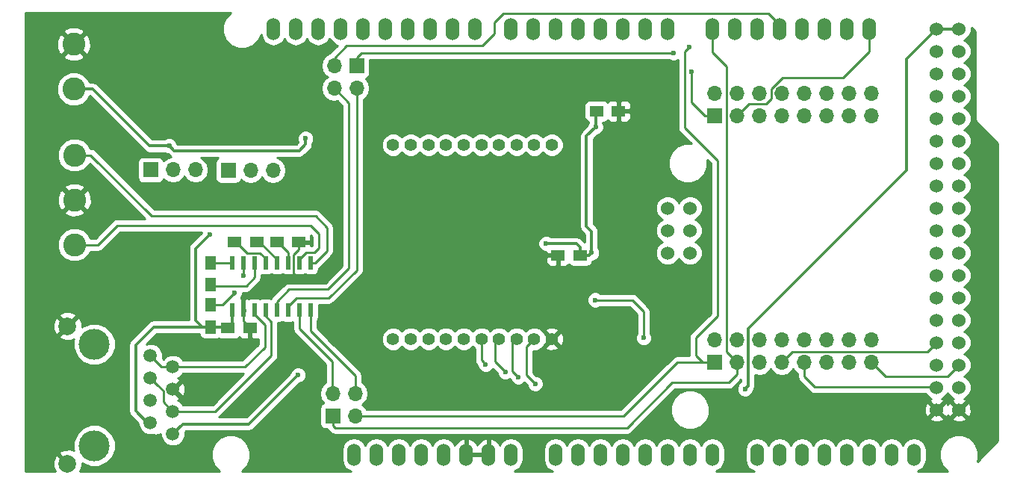
<source format=gbr>
G04 #@! TF.FileFunction,Copper,L2,Bot,Signal*
%FSLAX46Y46*%
G04 Gerber Fmt 4.6, Leading zero omitted, Abs format (unit mm)*
G04 Created by KiCad (PCBNEW 4.0.4-stable) date 04/28/17 11:07:38*
%MOMM*%
%LPD*%
G01*
G04 APERTURE LIST*
%ADD10C,0.100000*%
%ADD11C,0.600000*%
%ADD12R,1.500000X1.250000*%
%ADD13O,1.524000X2.540000*%
%ADD14C,1.524000*%
%ADD15R,0.600000X1.500000*%
%ADD16R,1.250000X1.500000*%
%ADD17R,1.700000X1.700000*%
%ADD18O,1.700000X1.700000*%
%ADD19C,2.600000*%
%ADD20C,3.500000*%
%ADD21C,2.000000*%
%ADD22C,1.500000*%
%ADD23C,1.400000*%
%ADD24C,0.300000*%
%ADD25C,0.250000*%
%ADD26C,0.254000*%
G04 APERTURE END LIST*
D10*
D11*
X202700000Y-114900000D03*
X198700000Y-114900000D03*
X194700000Y-114900000D03*
X190700000Y-114900000D03*
X186700000Y-114900000D03*
X163600000Y-98600000D03*
X159600000Y-98600000D03*
X155600000Y-98600000D03*
X151600000Y-98600000D03*
X147600000Y-98600000D03*
X177130000Y-97990000D03*
X154200000Y-110900000D03*
X149600000Y-110900000D03*
X134800000Y-98700000D03*
X124200000Y-111200000D03*
X122100000Y-94100000D03*
X121200000Y-96700000D03*
X121400000Y-101500000D03*
X174300000Y-93800000D03*
X177100000Y-83100000D03*
X159600000Y-91100000D03*
X155600000Y-91000000D03*
X151700000Y-90900000D03*
X147600000Y-90900000D03*
X163600000Y-78100000D03*
X159600000Y-78100000D03*
X155600000Y-78100000D03*
X151600000Y-78100000D03*
X147600000Y-78100000D03*
D12*
X167680000Y-95830000D03*
X165180000Y-95830000D03*
D13*
X182710000Y-70180000D03*
X185250000Y-70180000D03*
X187790000Y-70180000D03*
X190330000Y-70180000D03*
X192870000Y-70180000D03*
X195410000Y-70180000D03*
X197950000Y-70180000D03*
X200490000Y-70180000D03*
X205570000Y-118440000D03*
X203030000Y-118440000D03*
X200490000Y-118440000D03*
X197950000Y-118440000D03*
X187790000Y-118440000D03*
X182710000Y-118440000D03*
X180170000Y-118440000D03*
X190330000Y-118440000D03*
X192870000Y-118440000D03*
X195410000Y-118440000D03*
X177630000Y-118440000D03*
X175090000Y-118440000D03*
X172550000Y-118440000D03*
X164930000Y-118440000D03*
X167470000Y-118440000D03*
X170010000Y-118440000D03*
X159850000Y-118440000D03*
X157310000Y-118440000D03*
X154770000Y-118440000D03*
X149690000Y-118440000D03*
X147150000Y-118440000D03*
X177630000Y-70180000D03*
X175090000Y-70180000D03*
X172550000Y-70180000D03*
X170010000Y-70180000D03*
X167470000Y-70180000D03*
X164930000Y-70180000D03*
X162390000Y-70180000D03*
X159850000Y-70180000D03*
X155786000Y-70180000D03*
X153246000Y-70180000D03*
X150706000Y-70180000D03*
X148166000Y-70180000D03*
X145626000Y-70180000D03*
X143086000Y-70180000D03*
X140546000Y-70180000D03*
X138006000Y-70180000D03*
X152230000Y-118440000D03*
D14*
X208110000Y-72720000D03*
X210650000Y-72720000D03*
X208110000Y-75260000D03*
X210650000Y-75260000D03*
X208110000Y-77800000D03*
X210650000Y-77800000D03*
X208110000Y-80340000D03*
X210650000Y-80340000D03*
X208110000Y-70180000D03*
X210650000Y-70180000D03*
X210650000Y-82880000D03*
X208110000Y-82880000D03*
X208110000Y-85420000D03*
X210650000Y-85420000D03*
X208110000Y-87960000D03*
X210650000Y-87960000D03*
X208110000Y-90500000D03*
X210650000Y-90500000D03*
X208110000Y-93040000D03*
X210650000Y-93040000D03*
X208110000Y-95580000D03*
X210650000Y-95580000D03*
X208110000Y-98120000D03*
X210650000Y-98120000D03*
X208110000Y-100660000D03*
X210650000Y-100660000D03*
X208110000Y-103200000D03*
X210650000Y-103200000D03*
X208110000Y-105740000D03*
X210650000Y-105740000D03*
X208110000Y-108280000D03*
X210650000Y-108280000D03*
X208110000Y-110820000D03*
X210650000Y-110820000D03*
X208110000Y-113360000D03*
X210650000Y-113360000D03*
X177630000Y-90500000D03*
X180170000Y-90500000D03*
X177630000Y-93040000D03*
X180170000Y-93040000D03*
X177630000Y-95580000D03*
X180170000Y-95580000D03*
D13*
X144610000Y-118440000D03*
X142070000Y-118440000D03*
X135466000Y-70180000D03*
X132926000Y-70180000D03*
D15*
X128240000Y-96670000D03*
X129510000Y-96670000D03*
X130780000Y-96670000D03*
X132050000Y-96670000D03*
X133320000Y-96670000D03*
X134590000Y-96670000D03*
X135860000Y-96670000D03*
X137130000Y-96670000D03*
X137130000Y-102070000D03*
X135860000Y-102070000D03*
X134590000Y-102070000D03*
X133320000Y-102070000D03*
X132050000Y-102070000D03*
X130780000Y-102070000D03*
X129510000Y-102070000D03*
X128240000Y-102070000D03*
D12*
X135800000Y-94340000D03*
X133300000Y-94340000D03*
D16*
X125770000Y-103950000D03*
X125770000Y-101450000D03*
D12*
X127780000Y-104100000D03*
X130280000Y-104100000D03*
X169570000Y-79490000D03*
X172070000Y-79490000D03*
D16*
X125770000Y-96700000D03*
X125770000Y-99200000D03*
D12*
X128530000Y-94320000D03*
X131030000Y-94320000D03*
D17*
X182950000Y-107970000D03*
D18*
X182950000Y-105430000D03*
X185490000Y-107970000D03*
X185490000Y-105430000D03*
X188030000Y-107970000D03*
X188030000Y-105430000D03*
X190570000Y-107970000D03*
X190570000Y-105430000D03*
X193110000Y-107970000D03*
X193110000Y-105430000D03*
X195650000Y-107970000D03*
X195650000Y-105430000D03*
X198190000Y-107970000D03*
X198190000Y-105430000D03*
X200730000Y-107970000D03*
X200730000Y-105430000D03*
D17*
X139660000Y-114040000D03*
D18*
X139660000Y-111500000D03*
X142200000Y-114040000D03*
X142200000Y-111500000D03*
D17*
X142360000Y-74350000D03*
D18*
X142360000Y-76890000D03*
X139820000Y-74350000D03*
X139820000Y-76890000D03*
D19*
X110370000Y-89560000D03*
X110370000Y-84480000D03*
X110370000Y-94640000D03*
D17*
X119010000Y-86160000D03*
D18*
X121550000Y-86160000D03*
X124090000Y-86160000D03*
D19*
X110280000Y-71910000D03*
X110280000Y-76990000D03*
D20*
X112630000Y-105910000D03*
X112630000Y-117410000D03*
D21*
X109580000Y-103860000D03*
X109580000Y-119460000D03*
D22*
X121520000Y-116105000D03*
X121520000Y-113565000D03*
X121520000Y-111025000D03*
X121520000Y-108485000D03*
X118980000Y-114835000D03*
X118980000Y-112295000D03*
X118980000Y-109755000D03*
X118980000Y-107215000D03*
D17*
X127800000Y-86210000D03*
D18*
X130340000Y-86210000D03*
X132880000Y-86210000D03*
D17*
X182970000Y-80050000D03*
D18*
X182970000Y-77510000D03*
X185510000Y-80050000D03*
X185510000Y-77510000D03*
X188050000Y-80050000D03*
X188050000Y-77510000D03*
X190590000Y-80050000D03*
X190590000Y-77510000D03*
X193130000Y-80050000D03*
X193130000Y-77510000D03*
X195670000Y-80050000D03*
X195670000Y-77510000D03*
X198210000Y-80050000D03*
X198210000Y-77510000D03*
X200750000Y-80050000D03*
X200750000Y-77510000D03*
D23*
X146500000Y-83320000D03*
X148500000Y-83320000D03*
X150500000Y-83320000D03*
X152500000Y-83320000D03*
X154500000Y-83320000D03*
X156500000Y-83320000D03*
X158500000Y-83320000D03*
X160500000Y-83320000D03*
X162500000Y-83320000D03*
X164500000Y-83320000D03*
X164500000Y-105320000D03*
X162500000Y-105320000D03*
X160500000Y-105320000D03*
X158500000Y-105320000D03*
X156500000Y-105320000D03*
X154500000Y-105320000D03*
X152500000Y-105320000D03*
X150500000Y-105320000D03*
X148500000Y-105320000D03*
X146500000Y-105320000D03*
D11*
X136600000Y-119500000D03*
X169000000Y-95560000D03*
X125700000Y-93500000D03*
X163850000Y-94510000D03*
X169450000Y-81300000D03*
X135730000Y-109400000D03*
X129560000Y-98120000D03*
X128500000Y-100110000D03*
X136570000Y-82600000D03*
X121110000Y-83440000D03*
X180100000Y-72199994D03*
X178300000Y-72900000D03*
X186400000Y-111000000D03*
X174900000Y-105199992D03*
X169400000Y-100900000D03*
X180300000Y-75000000D03*
X157000000Y-108180000D03*
X159210000Y-109030000D03*
X160680000Y-109660000D03*
X162610000Y-110400000D03*
D24*
X169000000Y-95560000D02*
X169000000Y-93170000D01*
X169000000Y-93170000D02*
X168410000Y-92580000D01*
X168410000Y-82340000D02*
X169450000Y-81300000D01*
X168410000Y-92580000D02*
X168410000Y-82340000D01*
X124845000Y-103950000D02*
X119350000Y-103950000D01*
X119350000Y-103950000D02*
X117300000Y-106000000D01*
X117300000Y-106000000D02*
X117300000Y-113500000D01*
X117300000Y-113500000D02*
X118635000Y-114835000D01*
X118635000Y-114835000D02*
X118980000Y-114835000D01*
X124100000Y-103205000D02*
X124100000Y-95100000D01*
X124100000Y-95100000D02*
X125700000Y-93500000D01*
X124845000Y-103950000D02*
X124100000Y-103205000D01*
X128240000Y-102070000D02*
X128240000Y-103640000D01*
X128240000Y-103640000D02*
X127780000Y-104100000D01*
X167680000Y-95830000D02*
X168730000Y-95830000D01*
X168730000Y-95830000D02*
X169000000Y-95560000D01*
X163850000Y-94510000D02*
X167285000Y-94510000D01*
X167285000Y-94510000D02*
X167680000Y-94905000D01*
X167680000Y-94905000D02*
X167680000Y-95830000D01*
X169450000Y-81300000D02*
X169450000Y-79610000D01*
X169450000Y-79610000D02*
X169570000Y-79490000D01*
X124845000Y-103950000D02*
X125770000Y-103950000D01*
X125770000Y-103950000D02*
X127630000Y-103950000D01*
X127630000Y-103950000D02*
X127780000Y-104100000D01*
D25*
X134830000Y-98860000D02*
X135234999Y-98455001D01*
X135234999Y-98455001D02*
X135234999Y-95780001D01*
X135800000Y-95215000D02*
X135800000Y-94340000D01*
X135234999Y-95780001D02*
X135800000Y-95215000D01*
X130280000Y-104100000D02*
X129510000Y-103330000D01*
X129510000Y-103330000D02*
X129510000Y-102070000D01*
X164500000Y-105320000D02*
X164500000Y-105840000D01*
D24*
X121520000Y-116105000D02*
X122655000Y-114970000D01*
X122655000Y-114970000D02*
X130160000Y-114970000D01*
X130160000Y-114970000D02*
X135730000Y-109400000D01*
D25*
X125770000Y-96700000D02*
X128210000Y-96700000D01*
X128210000Y-96700000D02*
X128240000Y-96670000D01*
X128150000Y-96760000D02*
X128240000Y-96670000D01*
X130780000Y-96670000D02*
X130780000Y-98350000D01*
X130780000Y-98350000D02*
X129830000Y-99300000D01*
X125870000Y-99300000D02*
X125770000Y-99200000D01*
X129830000Y-99300000D02*
X125870000Y-99300000D01*
X128530000Y-94320000D02*
X128655000Y-94320000D01*
X128655000Y-94320000D02*
X129929999Y-95594999D01*
X129929999Y-95594999D02*
X131424999Y-95594999D01*
X131424999Y-95594999D02*
X132050000Y-96220000D01*
X132050000Y-96220000D02*
X132050000Y-96670000D01*
X131030000Y-94320000D02*
X131320000Y-94320000D01*
X131320000Y-94320000D02*
X133320000Y-96320000D01*
X133320000Y-96320000D02*
X133320000Y-96670000D01*
X125770000Y-101450000D02*
X127160000Y-101450000D01*
X127160000Y-101450000D02*
X128500000Y-100110000D01*
X129510000Y-96670000D02*
X129510000Y-98070000D01*
X129510000Y-98070000D02*
X129560000Y-98120000D01*
X128500000Y-100225000D02*
X128500000Y-100110000D01*
X133300000Y-94340000D02*
X133425000Y-94340000D01*
X133425000Y-94340000D02*
X134590000Y-95505000D01*
X134590000Y-95505000D02*
X134590000Y-95670000D01*
X134590000Y-95670000D02*
X134590000Y-96670000D01*
D24*
X121110000Y-83440000D02*
X121670000Y-84000000D01*
X121670000Y-84000000D02*
X135850000Y-84000000D01*
X135850000Y-84000000D02*
X136570000Y-83280000D01*
X136570000Y-83280000D02*
X136570000Y-82600000D01*
X110280000Y-76990000D02*
X112440000Y-76990000D01*
X112440000Y-76990000D02*
X118890000Y-83440000D01*
X118890000Y-83440000D02*
X121110000Y-83440000D01*
D25*
X180100000Y-72199994D02*
X179530001Y-72769993D01*
X180800000Y-105200000D02*
X180800000Y-107170000D01*
X179530001Y-72769993D02*
X179530001Y-81350001D01*
X179530001Y-81350001D02*
X183250000Y-85070000D01*
X183250000Y-85070000D02*
X183250000Y-102750000D01*
X183250000Y-102750000D02*
X180800000Y-105200000D01*
X180800000Y-107170000D02*
X181600000Y-107970000D01*
X182950000Y-107970000D02*
X181600000Y-107970000D01*
X181600000Y-107970000D02*
X178750000Y-107970000D01*
X178750000Y-107970000D02*
X172620000Y-114100000D01*
X142259999Y-114100000D02*
X142200000Y-114040000D01*
X172620000Y-114100000D02*
X142259999Y-114100000D01*
X182920000Y-108000000D02*
X182950000Y-107970000D01*
X139660000Y-114040000D02*
X139660000Y-115140000D01*
X178140000Y-110270000D02*
X184530000Y-110270000D01*
X139660000Y-115140000D02*
X139920000Y-115400000D01*
X139920000Y-115400000D02*
X173010000Y-115400000D01*
X173010000Y-115400000D02*
X178140000Y-110270000D01*
X184530000Y-110270000D02*
X185490000Y-109310000D01*
X185490000Y-109310000D02*
X185490000Y-107970000D01*
X185490000Y-107970000D02*
X184314999Y-106794999D01*
X184314999Y-106794999D02*
X184314999Y-74424999D01*
X184314999Y-74424999D02*
X182710000Y-72820000D01*
X182710000Y-72820000D02*
X182710000Y-70180000D01*
X198759002Y-106800000D02*
X198754001Y-106794999D01*
X208110000Y-105740000D02*
X207050000Y-106800000D01*
X193674001Y-106794999D02*
X192545999Y-106794999D01*
X207050000Y-106800000D02*
X201299002Y-106800000D01*
X191740000Y-106800000D02*
X191419999Y-107120001D01*
X196214001Y-106794999D02*
X195085999Y-106794999D01*
X201299002Y-106800000D02*
X201294001Y-106794999D01*
X201294001Y-106794999D02*
X200165999Y-106794999D01*
X195085999Y-106794999D02*
X195080998Y-106800000D01*
X197620998Y-106800000D02*
X196219002Y-106800000D01*
X200165999Y-106794999D02*
X200160998Y-106800000D01*
X200160998Y-106800000D02*
X198759002Y-106800000D01*
X198754001Y-106794999D02*
X197625999Y-106794999D01*
X197625999Y-106794999D02*
X197620998Y-106800000D01*
X196219002Y-106800000D02*
X196214001Y-106794999D01*
X195080998Y-106800000D02*
X193679002Y-106800000D01*
X193679002Y-106800000D02*
X193674001Y-106794999D01*
X192545999Y-106794999D02*
X192540998Y-106800000D01*
X192540998Y-106800000D02*
X191740000Y-106800000D01*
X191419999Y-107120001D02*
X190570000Y-107970000D01*
X208110000Y-110820000D02*
X208090000Y-110800000D01*
X208090000Y-110800000D02*
X194300000Y-110800000D01*
X194300000Y-110800000D02*
X193110000Y-109610000D01*
X193110000Y-109610000D02*
X193110000Y-107970000D01*
X200730000Y-107970000D02*
X202360000Y-109600000D01*
X202360000Y-109600000D02*
X209330000Y-109600000D01*
X209330000Y-109600000D02*
X209888001Y-109041999D01*
X209888001Y-109041999D02*
X210650000Y-108280000D01*
X139660000Y-111500000D02*
X139600000Y-111440000D01*
X139600000Y-111440000D02*
X139600000Y-107880000D01*
X139600000Y-107880000D02*
X135860000Y-104140000D01*
X135860000Y-104140000D02*
X135860000Y-102070000D01*
X137130000Y-102070000D02*
X137130000Y-104400000D01*
X137130000Y-104400000D02*
X142200000Y-109470000D01*
X142200000Y-109470000D02*
X142200000Y-111500000D01*
X142360000Y-74350000D02*
X142360000Y-73440000D01*
X142360000Y-73440000D02*
X142900000Y-72900000D01*
X142900000Y-72900000D02*
X178200000Y-72900000D01*
X178200000Y-72900000D02*
X178300000Y-72900000D01*
X139190000Y-100680000D02*
X142360000Y-97510000D01*
X135530000Y-100680000D02*
X139190000Y-100680000D01*
X134590000Y-102070000D02*
X134590000Y-101620000D01*
X142360000Y-97510000D02*
X142360000Y-78092081D01*
X134590000Y-101620000D02*
X135530000Y-100680000D01*
X142360000Y-78092081D02*
X142360000Y-76890000D01*
X139820000Y-74350000D02*
X139820000Y-73480000D01*
X190330000Y-69672000D02*
X190330000Y-70180000D01*
X139820000Y-73480000D02*
X141240000Y-72060000D01*
X141240000Y-72060000D02*
X156630000Y-72060000D01*
X156630000Y-72060000D02*
X158000000Y-70690000D01*
X158000000Y-70690000D02*
X158000000Y-69420000D01*
X159010000Y-68410000D02*
X189068000Y-68410000D01*
X158000000Y-69420000D02*
X159010000Y-68410000D01*
X189068000Y-68410000D02*
X190330000Y-69672000D01*
X134680000Y-99710000D02*
X139130000Y-99710000D01*
X141500000Y-97340000D02*
X141500000Y-78570000D01*
X133320000Y-102070000D02*
X133320000Y-101070000D01*
X133320000Y-101070000D02*
X134680000Y-99710000D01*
X139130000Y-99710000D02*
X141500000Y-97340000D01*
X141500000Y-78570000D02*
X139820000Y-76890000D01*
X110370000Y-84480000D02*
X112208477Y-84480000D01*
X137700000Y-91400000D02*
X139000000Y-92700000D01*
X112208477Y-84480000D02*
X119128477Y-91400000D01*
X139000000Y-95350000D02*
X137680000Y-96670000D01*
X119128477Y-91400000D02*
X137700000Y-91400000D01*
X139000000Y-92700000D02*
X139000000Y-95350000D01*
X137680000Y-96670000D02*
X137130000Y-96670000D01*
X135860000Y-96670000D02*
X135860000Y-96240000D01*
X136600000Y-95500000D02*
X137600000Y-95500000D01*
X135860000Y-96240000D02*
X136600000Y-95500000D01*
X137150000Y-92450000D02*
X120600000Y-92450000D01*
X137600000Y-95500000D02*
X138100000Y-95000000D01*
X138100000Y-95000000D02*
X138100000Y-93400000D01*
X138100000Y-93400000D02*
X137150000Y-92450000D01*
X120600000Y-92450000D02*
X120270000Y-92450000D01*
X120600000Y-92450000D02*
X115230000Y-92450000D01*
X115230000Y-92450000D02*
X113040000Y-94640000D01*
X113040000Y-94640000D02*
X110370000Y-94640000D01*
X121520000Y-113565000D02*
X126335000Y-113565000D01*
X126335000Y-113565000D02*
X132690000Y-107210000D01*
X132690000Y-107210000D02*
X132690000Y-103390000D01*
X132050000Y-102750000D02*
X132050000Y-102070000D01*
X132690000Y-103390000D02*
X132050000Y-102750000D01*
X121520000Y-113565000D02*
X120444999Y-112489999D01*
X120444999Y-112489999D02*
X120444999Y-111219999D01*
X120444999Y-111219999D02*
X119729999Y-110504999D01*
X119729999Y-110504999D02*
X118980000Y-109755000D01*
X118980000Y-107215000D02*
X120250000Y-108485000D01*
X120250000Y-108485000D02*
X121520000Y-108485000D01*
X121520000Y-108485000D02*
X121535000Y-108500000D01*
X121535000Y-108500000D02*
X129700000Y-108500000D01*
X129700000Y-108500000D02*
X131960000Y-106240000D01*
X131960000Y-106240000D02*
X131960000Y-103760000D01*
X131960000Y-103760000D02*
X130780000Y-102580000D01*
X130780000Y-102580000D02*
X130780000Y-102070000D01*
D24*
X186699999Y-110700001D02*
X186400000Y-111000000D01*
X186740001Y-110659999D02*
X186699999Y-110700001D01*
X186740001Y-104159999D02*
X186740001Y-110659999D01*
X204700000Y-86200000D02*
X186740001Y-104159999D01*
X208110000Y-70180000D02*
X204700000Y-73590000D01*
X204700000Y-73590000D02*
X204700000Y-86200000D01*
X208110000Y-70180000D02*
X210650000Y-70180000D01*
D25*
X185510000Y-80050000D02*
X186874999Y-78685001D01*
X186874999Y-78685001D02*
X188803999Y-78685001D01*
X188803999Y-78685001D02*
X189414999Y-78074001D01*
X189414999Y-78074001D02*
X189414999Y-76945999D01*
X189414999Y-76945999D02*
X190640998Y-75720000D01*
X190640998Y-75720000D02*
X197530000Y-75720000D01*
X200490000Y-72760000D02*
X200490000Y-70180000D01*
X197530000Y-75720000D02*
X200490000Y-72760000D01*
X169400000Y-100900000D02*
X173600000Y-100900000D01*
X173600000Y-100900000D02*
X174900000Y-102200000D01*
X174900000Y-102200000D02*
X174900000Y-105199992D01*
X180300000Y-75424264D02*
X180300000Y-75000000D01*
X180300000Y-78480000D02*
X180300000Y-75424264D01*
X181870000Y-80050000D02*
X180300000Y-78480000D01*
X182970000Y-80050000D02*
X181870000Y-80050000D01*
X156700001Y-107880001D02*
X157000000Y-108180000D01*
X156500000Y-107680000D02*
X156700001Y-107880001D01*
X156500000Y-105320000D02*
X156500000Y-107680000D01*
X158500000Y-105320000D02*
X158040000Y-105780000D01*
X158040000Y-105780000D02*
X158040000Y-107860000D01*
X158040000Y-107860000D02*
X158910001Y-108730001D01*
X158910001Y-108730001D02*
X159210000Y-109030000D01*
X160680000Y-109660000D02*
X160040000Y-109020000D01*
X160040000Y-109020000D02*
X160040000Y-105780000D01*
X160040000Y-105780000D02*
X160500000Y-105320000D01*
X162610000Y-110400000D02*
X161640000Y-109430000D01*
X161640000Y-109430000D02*
X161640000Y-106180000D01*
X161640000Y-106180000D02*
X162500000Y-105320000D01*
D26*
G36*
X127486955Y-68919411D02*
X127147887Y-69735978D01*
X127147115Y-70620143D01*
X127484758Y-71437300D01*
X128109411Y-72063045D01*
X128925978Y-72402113D01*
X129810143Y-72402885D01*
X130627300Y-72065242D01*
X131253045Y-71440589D01*
X131535818Y-70759596D01*
X131635340Y-71259930D01*
X131938172Y-71713149D01*
X132391391Y-72015981D01*
X132926000Y-72122321D01*
X133460609Y-72015981D01*
X133913828Y-71713149D01*
X134196000Y-71290850D01*
X134478172Y-71713149D01*
X134931391Y-72015981D01*
X135466000Y-72122321D01*
X136000609Y-72015981D01*
X136453828Y-71713149D01*
X136736000Y-71290850D01*
X137018172Y-71713149D01*
X137471391Y-72015981D01*
X138006000Y-72122321D01*
X138540609Y-72015981D01*
X138993828Y-71713149D01*
X139285330Y-71276887D01*
X139303941Y-71339941D01*
X139647974Y-71765630D01*
X140128723Y-72027260D01*
X140186325Y-72038873D01*
X139282599Y-72942599D01*
X139282442Y-72942834D01*
X139251715Y-72948946D01*
X138769946Y-73270853D01*
X138448039Y-73752622D01*
X138335000Y-74320907D01*
X138335000Y-74379093D01*
X138448039Y-74947378D01*
X138769946Y-75429147D01*
X139055578Y-75620000D01*
X138769946Y-75810853D01*
X138448039Y-76292622D01*
X138335000Y-76860907D01*
X138335000Y-76919093D01*
X138448039Y-77487378D01*
X138769946Y-77969147D01*
X139251715Y-78291054D01*
X139820000Y-78404093D01*
X140186408Y-78331210D01*
X140740000Y-78884802D01*
X140740000Y-97025198D01*
X138815198Y-98950000D01*
X134680000Y-98950000D01*
X134437414Y-98998254D01*
X134389160Y-99007852D01*
X134142599Y-99172599D01*
X132782599Y-100532599D01*
X132638351Y-100748482D01*
X132601890Y-100723569D01*
X132350000Y-100672560D01*
X131750000Y-100672560D01*
X131514683Y-100716838D01*
X131415472Y-100780678D01*
X131331890Y-100723569D01*
X131080000Y-100672560D01*
X130480000Y-100672560D01*
X130244683Y-100716838D01*
X130154020Y-100775178D01*
X129936310Y-100685000D01*
X129795750Y-100685000D01*
X129637000Y-100843750D01*
X129637000Y-101943000D01*
X129657000Y-101943000D01*
X129657000Y-102197000D01*
X129637000Y-102197000D01*
X129637000Y-102217000D01*
X129383000Y-102217000D01*
X129383000Y-102197000D01*
X129363000Y-102197000D01*
X129363000Y-101943000D01*
X129383000Y-101943000D01*
X129383000Y-100843750D01*
X129235835Y-100696585D01*
X129292192Y-100640327D01*
X129434838Y-100296799D01*
X129435044Y-100060000D01*
X129830000Y-100060000D01*
X130120839Y-100002148D01*
X130367401Y-99837401D01*
X131317401Y-98887401D01*
X131482148Y-98640839D01*
X131540000Y-98350000D01*
X131540000Y-98024914D01*
X131750000Y-98067440D01*
X132350000Y-98067440D01*
X132585317Y-98023162D01*
X132684528Y-97959322D01*
X132768110Y-98016431D01*
X133020000Y-98067440D01*
X133620000Y-98067440D01*
X133855317Y-98023162D01*
X133954528Y-97959322D01*
X134038110Y-98016431D01*
X134290000Y-98067440D01*
X134890000Y-98067440D01*
X135125317Y-98023162D01*
X135224528Y-97959322D01*
X135308110Y-98016431D01*
X135560000Y-98067440D01*
X136160000Y-98067440D01*
X136395317Y-98023162D01*
X136494528Y-97959322D01*
X136578110Y-98016431D01*
X136830000Y-98067440D01*
X137430000Y-98067440D01*
X137665317Y-98023162D01*
X137881441Y-97884090D01*
X138026431Y-97671890D01*
X138077440Y-97420000D01*
X138077440Y-97300920D01*
X138217401Y-97207401D01*
X139537401Y-95887401D01*
X139702148Y-95640839D01*
X139760000Y-95350000D01*
X139760000Y-92700000D01*
X139702148Y-92409161D01*
X139537401Y-92162599D01*
X138237401Y-90862599D01*
X137990839Y-90697852D01*
X137700000Y-90640000D01*
X119443279Y-90640000D01*
X112745878Y-83942599D01*
X112499316Y-83777852D01*
X112208477Y-83720000D01*
X112149648Y-83720000D01*
X112011370Y-83385342D01*
X111467521Y-82840543D01*
X110756584Y-82545337D01*
X109986793Y-82544665D01*
X109275342Y-82838630D01*
X108730543Y-83382479D01*
X108435337Y-84093416D01*
X108434665Y-84863207D01*
X108728630Y-85574658D01*
X109272479Y-86119457D01*
X109983416Y-86414663D01*
X110753207Y-86415335D01*
X111464658Y-86121370D01*
X112009457Y-85577521D01*
X112074516Y-85420841D01*
X118343675Y-91690000D01*
X115230000Y-91690000D01*
X114939161Y-91747852D01*
X114692599Y-91912599D01*
X112725198Y-93880000D01*
X112149648Y-93880000D01*
X112011370Y-93545342D01*
X111467521Y-93000543D01*
X110756584Y-92705337D01*
X109986793Y-92704665D01*
X109275342Y-92998630D01*
X108730543Y-93542479D01*
X108435337Y-94253416D01*
X108434665Y-95023207D01*
X108728630Y-95734658D01*
X109272479Y-96279457D01*
X109983416Y-96574663D01*
X110753207Y-96575335D01*
X111464658Y-96281370D01*
X112009457Y-95737521D01*
X112149608Y-95400000D01*
X113040000Y-95400000D01*
X113330839Y-95342148D01*
X113577401Y-95177401D01*
X115544802Y-93210000D01*
X124808015Y-93210000D01*
X124765162Y-93313201D01*
X124765152Y-93324690D01*
X123544921Y-94544921D01*
X123374755Y-94799593D01*
X123330486Y-95022148D01*
X123315000Y-95100000D01*
X123315000Y-103165000D01*
X119350000Y-103165000D01*
X119049594Y-103224755D01*
X118794921Y-103394921D01*
X116744921Y-105444921D01*
X116574755Y-105699593D01*
X116566718Y-105740000D01*
X116515000Y-106000000D01*
X116515000Y-113500000D01*
X116574755Y-113800407D01*
X116744921Y-114055079D01*
X117594938Y-114905096D01*
X117594760Y-115109285D01*
X117805169Y-115618515D01*
X118194436Y-116008461D01*
X118703298Y-116219759D01*
X119254285Y-116220240D01*
X119392234Y-116163241D01*
X119398356Y-116176141D01*
X119435987Y-116209688D01*
X119483705Y-116225950D01*
X119533991Y-116222367D01*
X120135043Y-116055408D01*
X120134760Y-116379285D01*
X120345169Y-116888515D01*
X120734436Y-117278461D01*
X121243298Y-117489759D01*
X121794285Y-117490240D01*
X122303515Y-117279831D01*
X122693461Y-116890564D01*
X122904759Y-116381702D01*
X122905240Y-115830715D01*
X122905007Y-115830151D01*
X122980158Y-115755000D01*
X130160000Y-115755000D01*
X130460407Y-115695245D01*
X130715079Y-115525079D01*
X135905004Y-110335153D01*
X135915167Y-110335162D01*
X136258943Y-110193117D01*
X136522192Y-109930327D01*
X136664838Y-109586799D01*
X136665162Y-109214833D01*
X136523117Y-108871057D01*
X136260327Y-108607808D01*
X135916799Y-108465162D01*
X135544833Y-108464838D01*
X135201057Y-108606883D01*
X134937808Y-108869673D01*
X134795162Y-109213201D01*
X134795152Y-109224691D01*
X129834842Y-114185000D01*
X126748783Y-114185000D01*
X126872401Y-114102401D01*
X133227401Y-107747401D01*
X133392148Y-107500840D01*
X133450000Y-107210000D01*
X133450000Y-103467440D01*
X133620000Y-103467440D01*
X133855317Y-103423162D01*
X133954528Y-103359322D01*
X134038110Y-103416431D01*
X134290000Y-103467440D01*
X134890000Y-103467440D01*
X135100000Y-103427926D01*
X135100000Y-104140000D01*
X135157852Y-104430839D01*
X135322599Y-104677401D01*
X138840000Y-108194802D01*
X138840000Y-110267136D01*
X138609946Y-110420853D01*
X138288039Y-110902622D01*
X138175000Y-111470907D01*
X138175000Y-111529093D01*
X138288039Y-112097378D01*
X138609946Y-112579147D01*
X138611179Y-112579971D01*
X138574683Y-112586838D01*
X138358559Y-112725910D01*
X138213569Y-112938110D01*
X138162560Y-113190000D01*
X138162560Y-114890000D01*
X138206838Y-115125317D01*
X138345910Y-115341441D01*
X138558110Y-115486431D01*
X138810000Y-115537440D01*
X139029080Y-115537440D01*
X139122599Y-115677401D01*
X139382599Y-115937401D01*
X139629161Y-116102148D01*
X139920000Y-116160000D01*
X173010000Y-116160000D01*
X173300839Y-116102148D01*
X173547401Y-115937401D01*
X175684659Y-113800143D01*
X177947115Y-113800143D01*
X178284758Y-114617300D01*
X178909411Y-115243045D01*
X179725978Y-115582113D01*
X180610143Y-115582885D01*
X181427300Y-115245242D01*
X182053045Y-114620589D01*
X182169467Y-114340213D01*
X207309392Y-114340213D01*
X207378857Y-114582397D01*
X207902302Y-114769144D01*
X208457368Y-114741362D01*
X208841143Y-114582397D01*
X208910608Y-114340213D01*
X209849392Y-114340213D01*
X209918857Y-114582397D01*
X210442302Y-114769144D01*
X210997368Y-114741362D01*
X211381143Y-114582397D01*
X211450608Y-114340213D01*
X210650000Y-113539605D01*
X209849392Y-114340213D01*
X208910608Y-114340213D01*
X208110000Y-113539605D01*
X207309392Y-114340213D01*
X182169467Y-114340213D01*
X182392113Y-113804022D01*
X182392682Y-113152302D01*
X206700856Y-113152302D01*
X206728638Y-113707368D01*
X206887603Y-114091143D01*
X207129787Y-114160608D01*
X207930395Y-113360000D01*
X208289605Y-113360000D01*
X209090213Y-114160608D01*
X209332397Y-114091143D01*
X209376453Y-113967656D01*
X209427603Y-114091143D01*
X209669787Y-114160608D01*
X210470395Y-113360000D01*
X210829605Y-113360000D01*
X211630213Y-114160608D01*
X211872397Y-114091143D01*
X212059144Y-113567698D01*
X212031362Y-113012632D01*
X211872397Y-112628857D01*
X211630213Y-112559392D01*
X210829605Y-113360000D01*
X210470395Y-113360000D01*
X209669787Y-112559392D01*
X209427603Y-112628857D01*
X209383547Y-112752344D01*
X209332397Y-112628857D01*
X209090213Y-112559392D01*
X208289605Y-113360000D01*
X207930395Y-113360000D01*
X207129787Y-112559392D01*
X206887603Y-112628857D01*
X206700856Y-113152302D01*
X182392682Y-113152302D01*
X182392885Y-112919857D01*
X182055242Y-112102700D01*
X181430589Y-111476955D01*
X180614022Y-111137887D01*
X179729857Y-111137115D01*
X178912700Y-111474758D01*
X178286955Y-112099411D01*
X177947887Y-112915978D01*
X177947115Y-113800143D01*
X175684659Y-113800143D01*
X178454802Y-111030000D01*
X184530000Y-111030000D01*
X184820839Y-110972148D01*
X185067401Y-110807401D01*
X185955001Y-109919801D01*
X185955001Y-110172198D01*
X185871057Y-110206883D01*
X185607808Y-110469673D01*
X185465162Y-110813201D01*
X185464838Y-111185167D01*
X185606883Y-111528943D01*
X185869673Y-111792192D01*
X186213201Y-111934838D01*
X186585167Y-111935162D01*
X186928943Y-111793117D01*
X187192192Y-111530327D01*
X187334838Y-111186799D01*
X187334865Y-111155535D01*
X187465246Y-110960406D01*
X187525001Y-110659999D01*
X187525001Y-109383642D01*
X188030000Y-109484093D01*
X188598285Y-109371054D01*
X189080054Y-109049147D01*
X189300000Y-108719974D01*
X189519946Y-109049147D01*
X190001715Y-109371054D01*
X190570000Y-109484093D01*
X191138285Y-109371054D01*
X191620054Y-109049147D01*
X191840000Y-108719974D01*
X192059946Y-109049147D01*
X192350000Y-109242954D01*
X192350000Y-109610000D01*
X192407852Y-109900839D01*
X192572599Y-110147401D01*
X193762599Y-111337401D01*
X194009161Y-111502148D01*
X194300000Y-111560000D01*
X206904205Y-111560000D01*
X206924990Y-111610303D01*
X207317630Y-112003629D01*
X207509727Y-112083395D01*
X207378857Y-112137603D01*
X207309392Y-112379787D01*
X208110000Y-113180395D01*
X208910608Y-112379787D01*
X208841143Y-112137603D01*
X208700682Y-112087491D01*
X208900303Y-112005010D01*
X209293629Y-111612370D01*
X209379949Y-111404488D01*
X209464990Y-111610303D01*
X209857630Y-112003629D01*
X210049727Y-112083395D01*
X209918857Y-112137603D01*
X209849392Y-112379787D01*
X210650000Y-113180395D01*
X211450608Y-112379787D01*
X211381143Y-112137603D01*
X211240682Y-112087491D01*
X211440303Y-112005010D01*
X211833629Y-111612370D01*
X212046757Y-111099100D01*
X212047242Y-110543339D01*
X211835010Y-110029697D01*
X211442370Y-109636371D01*
X211234488Y-109550051D01*
X211440303Y-109465010D01*
X211833629Y-109072370D01*
X212046757Y-108559100D01*
X212047242Y-108003339D01*
X211835010Y-107489697D01*
X211442370Y-107096371D01*
X211234488Y-107010051D01*
X211440303Y-106925010D01*
X211833629Y-106532370D01*
X212046757Y-106019100D01*
X212047242Y-105463339D01*
X211835010Y-104949697D01*
X211442370Y-104556371D01*
X211234488Y-104470051D01*
X211440303Y-104385010D01*
X211833629Y-103992370D01*
X212046757Y-103479100D01*
X212047242Y-102923339D01*
X211835010Y-102409697D01*
X211442370Y-102016371D01*
X211234488Y-101930051D01*
X211440303Y-101845010D01*
X211833629Y-101452370D01*
X212046757Y-100939100D01*
X212047242Y-100383339D01*
X211835010Y-99869697D01*
X211442370Y-99476371D01*
X211234488Y-99390051D01*
X211440303Y-99305010D01*
X211833629Y-98912370D01*
X212046757Y-98399100D01*
X212047242Y-97843339D01*
X211835010Y-97329697D01*
X211442370Y-96936371D01*
X211234488Y-96850051D01*
X211440303Y-96765010D01*
X211833629Y-96372370D01*
X212046757Y-95859100D01*
X212047242Y-95303339D01*
X211835010Y-94789697D01*
X211442370Y-94396371D01*
X211234488Y-94310051D01*
X211440303Y-94225010D01*
X211833629Y-93832370D01*
X212046757Y-93319100D01*
X212047242Y-92763339D01*
X211835010Y-92249697D01*
X211442370Y-91856371D01*
X211234488Y-91770051D01*
X211440303Y-91685010D01*
X211833629Y-91292370D01*
X212046757Y-90779100D01*
X212047242Y-90223339D01*
X211835010Y-89709697D01*
X211442370Y-89316371D01*
X211234488Y-89230051D01*
X211440303Y-89145010D01*
X211833629Y-88752370D01*
X212046757Y-88239100D01*
X212047242Y-87683339D01*
X211835010Y-87169697D01*
X211442370Y-86776371D01*
X211234488Y-86690051D01*
X211440303Y-86605010D01*
X211833629Y-86212370D01*
X212046757Y-85699100D01*
X212047242Y-85143339D01*
X211835010Y-84629697D01*
X211442370Y-84236371D01*
X211234488Y-84150051D01*
X211440303Y-84065010D01*
X211833629Y-83672370D01*
X212046757Y-83159100D01*
X212047242Y-82603339D01*
X211835010Y-82089697D01*
X211442370Y-81696371D01*
X211234488Y-81610051D01*
X211440303Y-81525010D01*
X211833629Y-81132370D01*
X212046757Y-80619100D01*
X212047242Y-80063339D01*
X211835010Y-79549697D01*
X211442370Y-79156371D01*
X211234488Y-79070051D01*
X211440303Y-78985010D01*
X211833629Y-78592370D01*
X212046757Y-78079100D01*
X212047242Y-77523339D01*
X211835010Y-77009697D01*
X211442370Y-76616371D01*
X211234488Y-76530051D01*
X211440303Y-76445010D01*
X211833629Y-76052370D01*
X212046757Y-75539100D01*
X212047242Y-74983339D01*
X211835010Y-74469697D01*
X211442370Y-74076371D01*
X211234488Y-73990051D01*
X211440303Y-73905010D01*
X211833629Y-73512370D01*
X212046757Y-72999100D01*
X212047242Y-72443339D01*
X211835010Y-71929697D01*
X211442370Y-71536371D01*
X211234488Y-71450051D01*
X211440303Y-71365010D01*
X211833629Y-70972370D01*
X212046757Y-70459100D01*
X212047153Y-70005889D01*
X212515000Y-70473736D01*
X212515000Y-80350000D01*
X212540967Y-80480543D01*
X212566627Y-80610889D01*
X212567009Y-80611463D01*
X212567143Y-80612138D01*
X212640924Y-80722559D01*
X212714677Y-80833412D01*
X215045000Y-83172946D01*
X215045000Y-116897054D01*
X212733606Y-119217584D01*
X212872113Y-118884022D01*
X212872885Y-117999857D01*
X212535242Y-117182700D01*
X211910589Y-116556955D01*
X211094022Y-116217887D01*
X210209857Y-116217115D01*
X209392700Y-116554758D01*
X208766955Y-117179411D01*
X208427887Y-117995978D01*
X208427115Y-118880143D01*
X208764758Y-119697300D01*
X209371397Y-120305000D01*
X205958720Y-120305000D01*
X206104609Y-120275981D01*
X206557828Y-119973149D01*
X206860660Y-119519930D01*
X206967000Y-118985321D01*
X206967000Y-117894679D01*
X206860660Y-117360070D01*
X206557828Y-116906851D01*
X206104609Y-116604019D01*
X205570000Y-116497679D01*
X205035391Y-116604019D01*
X204582172Y-116906851D01*
X204300000Y-117329150D01*
X204017828Y-116906851D01*
X203564609Y-116604019D01*
X203030000Y-116497679D01*
X202495391Y-116604019D01*
X202042172Y-116906851D01*
X201760000Y-117329150D01*
X201477828Y-116906851D01*
X201024609Y-116604019D01*
X200490000Y-116497679D01*
X199955391Y-116604019D01*
X199502172Y-116906851D01*
X199220000Y-117329150D01*
X198937828Y-116906851D01*
X198484609Y-116604019D01*
X197950000Y-116497679D01*
X197415391Y-116604019D01*
X196962172Y-116906851D01*
X196680000Y-117329150D01*
X196397828Y-116906851D01*
X195944609Y-116604019D01*
X195410000Y-116497679D01*
X194875391Y-116604019D01*
X194422172Y-116906851D01*
X194140000Y-117329150D01*
X193857828Y-116906851D01*
X193404609Y-116604019D01*
X192870000Y-116497679D01*
X192335391Y-116604019D01*
X191882172Y-116906851D01*
X191600000Y-117329150D01*
X191317828Y-116906851D01*
X190864609Y-116604019D01*
X190330000Y-116497679D01*
X189795391Y-116604019D01*
X189342172Y-116906851D01*
X189060000Y-117329150D01*
X188777828Y-116906851D01*
X188324609Y-116604019D01*
X187790000Y-116497679D01*
X187255391Y-116604019D01*
X186802172Y-116906851D01*
X186499340Y-117360070D01*
X186393000Y-117894679D01*
X186393000Y-118985321D01*
X186499340Y-119519930D01*
X186802172Y-119973149D01*
X187255391Y-120275981D01*
X187401280Y-120305000D01*
X183098720Y-120305000D01*
X183244609Y-120275981D01*
X183697828Y-119973149D01*
X184000660Y-119519930D01*
X184107000Y-118985321D01*
X184107000Y-117894679D01*
X184000660Y-117360070D01*
X183697828Y-116906851D01*
X183244609Y-116604019D01*
X182710000Y-116497679D01*
X182175391Y-116604019D01*
X181722172Y-116906851D01*
X181440000Y-117329150D01*
X181157828Y-116906851D01*
X180704609Y-116604019D01*
X180170000Y-116497679D01*
X179635391Y-116604019D01*
X179182172Y-116906851D01*
X178900000Y-117329150D01*
X178617828Y-116906851D01*
X178164609Y-116604019D01*
X177630000Y-116497679D01*
X177095391Y-116604019D01*
X176642172Y-116906851D01*
X176360000Y-117329150D01*
X176077828Y-116906851D01*
X175624609Y-116604019D01*
X175090000Y-116497679D01*
X174555391Y-116604019D01*
X174102172Y-116906851D01*
X173820000Y-117329150D01*
X173537828Y-116906851D01*
X173084609Y-116604019D01*
X172550000Y-116497679D01*
X172015391Y-116604019D01*
X171562172Y-116906851D01*
X171280000Y-117329150D01*
X170997828Y-116906851D01*
X170544609Y-116604019D01*
X170010000Y-116497679D01*
X169475391Y-116604019D01*
X169022172Y-116906851D01*
X168740000Y-117329150D01*
X168457828Y-116906851D01*
X168004609Y-116604019D01*
X167470000Y-116497679D01*
X166935391Y-116604019D01*
X166482172Y-116906851D01*
X166200000Y-117329150D01*
X165917828Y-116906851D01*
X165464609Y-116604019D01*
X164930000Y-116497679D01*
X164395391Y-116604019D01*
X163942172Y-116906851D01*
X163639340Y-117360070D01*
X163533000Y-117894679D01*
X163533000Y-118985321D01*
X163639340Y-119519930D01*
X163942172Y-119973149D01*
X164395391Y-120275981D01*
X164541280Y-120305000D01*
X160238720Y-120305000D01*
X160384609Y-120275981D01*
X160837828Y-119973149D01*
X161140660Y-119519930D01*
X161247000Y-118985321D01*
X161247000Y-117894679D01*
X161140660Y-117360070D01*
X160837828Y-116906851D01*
X160384609Y-116604019D01*
X159850000Y-116497679D01*
X159315391Y-116604019D01*
X158862172Y-116906851D01*
X158570670Y-117343113D01*
X158552059Y-117280059D01*
X158208026Y-116854370D01*
X157727277Y-116592740D01*
X157653070Y-116577780D01*
X157437000Y-116700280D01*
X157437000Y-118313000D01*
X157457000Y-118313000D01*
X157457000Y-118567000D01*
X157437000Y-118567000D01*
X157437000Y-118587000D01*
X157183000Y-118587000D01*
X157183000Y-118567000D01*
X154897000Y-118567000D01*
X154897000Y-118587000D01*
X154643000Y-118587000D01*
X154643000Y-118567000D01*
X154623000Y-118567000D01*
X154623000Y-118313000D01*
X154643000Y-118313000D01*
X154643000Y-116700280D01*
X154897000Y-116700280D01*
X154897000Y-118313000D01*
X157183000Y-118313000D01*
X157183000Y-116700280D01*
X156966930Y-116577780D01*
X156892723Y-116592740D01*
X156411974Y-116854370D01*
X156067941Y-117280059D01*
X156040000Y-117374723D01*
X156012059Y-117280059D01*
X155668026Y-116854370D01*
X155187277Y-116592740D01*
X155113070Y-116577780D01*
X154897000Y-116700280D01*
X154643000Y-116700280D01*
X154426930Y-116577780D01*
X154352723Y-116592740D01*
X153871974Y-116854370D01*
X153527941Y-117280059D01*
X153509330Y-117343113D01*
X153217828Y-116906851D01*
X152764609Y-116604019D01*
X152230000Y-116497679D01*
X151695391Y-116604019D01*
X151242172Y-116906851D01*
X150960000Y-117329150D01*
X150677828Y-116906851D01*
X150224609Y-116604019D01*
X149690000Y-116497679D01*
X149155391Y-116604019D01*
X148702172Y-116906851D01*
X148420000Y-117329150D01*
X148137828Y-116906851D01*
X147684609Y-116604019D01*
X147150000Y-116497679D01*
X146615391Y-116604019D01*
X146162172Y-116906851D01*
X145880000Y-117329150D01*
X145597828Y-116906851D01*
X145144609Y-116604019D01*
X144610000Y-116497679D01*
X144075391Y-116604019D01*
X143622172Y-116906851D01*
X143340000Y-117329150D01*
X143057828Y-116906851D01*
X142604609Y-116604019D01*
X142070000Y-116497679D01*
X141535391Y-116604019D01*
X141082172Y-116906851D01*
X140779340Y-117360070D01*
X140673000Y-117894679D01*
X140673000Y-118985321D01*
X140779340Y-119519930D01*
X141082172Y-119973149D01*
X141535391Y-120275981D01*
X141681280Y-120305000D01*
X129377577Y-120305000D01*
X129983045Y-119700589D01*
X130322113Y-118884022D01*
X130322885Y-117999857D01*
X129985242Y-117182700D01*
X129360589Y-116556955D01*
X128544022Y-116217887D01*
X127659857Y-116217115D01*
X126842700Y-116554758D01*
X126216955Y-117179411D01*
X125877887Y-117995978D01*
X125877115Y-118880143D01*
X126214758Y-119697300D01*
X126821397Y-120305000D01*
X111010259Y-120305000D01*
X111225908Y-119724539D01*
X111212641Y-119366013D01*
X111277242Y-119430726D01*
X112153513Y-119794585D01*
X113102325Y-119795413D01*
X113979229Y-119433084D01*
X114650726Y-118762758D01*
X115014585Y-117886487D01*
X115015413Y-116937675D01*
X114653084Y-116060771D01*
X113982758Y-115389274D01*
X113106487Y-115025415D01*
X112157675Y-115024587D01*
X111280771Y-115386916D01*
X110609274Y-116057242D01*
X110245415Y-116933513D01*
X110244587Y-117882325D01*
X110283827Y-117977293D01*
X109844539Y-117814092D01*
X109194540Y-117838144D01*
X108705736Y-118040613D01*
X108607073Y-118307468D01*
X109580000Y-119280395D01*
X109594143Y-119266253D01*
X109773748Y-119445858D01*
X109759605Y-119460000D01*
X109773748Y-119474143D01*
X109594143Y-119653748D01*
X109580000Y-119639605D01*
X109565858Y-119653748D01*
X109386253Y-119474143D01*
X109400395Y-119460000D01*
X108427468Y-118487073D01*
X108160613Y-118585736D01*
X107934092Y-119195461D01*
X107958144Y-119845460D01*
X108148491Y-120305000D01*
X104815000Y-120305000D01*
X104815000Y-105012532D01*
X108607073Y-105012532D01*
X108705736Y-105279387D01*
X109315461Y-105505908D01*
X109965460Y-105481856D01*
X110279325Y-105351849D01*
X110245415Y-105433513D01*
X110244587Y-106382325D01*
X110606916Y-107259229D01*
X111277242Y-107930726D01*
X112153513Y-108294585D01*
X113102325Y-108295413D01*
X113979229Y-107933084D01*
X114650726Y-107262758D01*
X115014585Y-106386487D01*
X115015413Y-105437675D01*
X114653084Y-104560771D01*
X113982758Y-103889274D01*
X113106487Y-103525415D01*
X112157675Y-103524587D01*
X111280771Y-103886916D01*
X111219383Y-103948197D01*
X111201856Y-103474540D01*
X110999387Y-102985736D01*
X110732532Y-102887073D01*
X109759605Y-103860000D01*
X109773748Y-103874143D01*
X109594143Y-104053748D01*
X109580000Y-104039605D01*
X108607073Y-105012532D01*
X104815000Y-105012532D01*
X104815000Y-103595461D01*
X107934092Y-103595461D01*
X107958144Y-104245460D01*
X108160613Y-104734264D01*
X108427468Y-104832927D01*
X109400395Y-103860000D01*
X108427468Y-102887073D01*
X108160613Y-102985736D01*
X107934092Y-103595461D01*
X104815000Y-103595461D01*
X104815000Y-102707468D01*
X108607073Y-102707468D01*
X109580000Y-103680395D01*
X110552927Y-102707468D01*
X110454264Y-102440613D01*
X109844539Y-102214092D01*
X109194540Y-102238144D01*
X108705736Y-102440613D01*
X108607073Y-102707468D01*
X104815000Y-102707468D01*
X104815000Y-90929459D01*
X109180146Y-90929459D01*
X109315504Y-91227455D01*
X110033880Y-91504066D01*
X110803427Y-91484710D01*
X111424496Y-91227455D01*
X111559854Y-90929459D01*
X110370000Y-89739605D01*
X109180146Y-90929459D01*
X104815000Y-90929459D01*
X104815000Y-89223880D01*
X108425934Y-89223880D01*
X108445290Y-89993427D01*
X108702545Y-90614496D01*
X109000541Y-90749854D01*
X110190395Y-89560000D01*
X110549605Y-89560000D01*
X111739459Y-90749854D01*
X112037455Y-90614496D01*
X112314066Y-89896120D01*
X112294710Y-89126573D01*
X112037455Y-88505504D01*
X111739459Y-88370146D01*
X110549605Y-89560000D01*
X110190395Y-89560000D01*
X109000541Y-88370146D01*
X108702545Y-88505504D01*
X108425934Y-89223880D01*
X104815000Y-89223880D01*
X104815000Y-88190541D01*
X109180146Y-88190541D01*
X110370000Y-89380395D01*
X111559854Y-88190541D01*
X111424496Y-87892545D01*
X110706120Y-87615934D01*
X109936573Y-87635290D01*
X109315504Y-87892545D01*
X109180146Y-88190541D01*
X104815000Y-88190541D01*
X104815000Y-77373207D01*
X108344665Y-77373207D01*
X108638630Y-78084658D01*
X109182479Y-78629457D01*
X109893416Y-78924663D01*
X110663207Y-78925335D01*
X111374658Y-78631370D01*
X111919457Y-78087521D01*
X112049227Y-77775000D01*
X112114842Y-77775000D01*
X118334919Y-83995076D01*
X118334921Y-83995079D01*
X118589594Y-84165245D01*
X118890000Y-84225000D01*
X120572494Y-84225000D01*
X120579673Y-84232192D01*
X120923201Y-84374838D01*
X120934690Y-84374848D01*
X121114921Y-84555079D01*
X121319480Y-84691760D01*
X120981715Y-84758946D01*
X120499946Y-85080853D01*
X120472150Y-85122452D01*
X120463162Y-85074683D01*
X120324090Y-84858559D01*
X120111890Y-84713569D01*
X119860000Y-84662560D01*
X118160000Y-84662560D01*
X117924683Y-84706838D01*
X117708559Y-84845910D01*
X117563569Y-85058110D01*
X117512560Y-85310000D01*
X117512560Y-87010000D01*
X117556838Y-87245317D01*
X117695910Y-87461441D01*
X117908110Y-87606431D01*
X118160000Y-87657440D01*
X119860000Y-87657440D01*
X120095317Y-87613162D01*
X120311441Y-87474090D01*
X120456431Y-87261890D01*
X120470086Y-87194459D01*
X120499946Y-87239147D01*
X120981715Y-87561054D01*
X121550000Y-87674093D01*
X122118285Y-87561054D01*
X122600054Y-87239147D01*
X122820000Y-86909974D01*
X123039946Y-87239147D01*
X123521715Y-87561054D01*
X124090000Y-87674093D01*
X124658285Y-87561054D01*
X125140054Y-87239147D01*
X125461961Y-86757378D01*
X125575000Y-86189093D01*
X125575000Y-86130907D01*
X125461961Y-85562622D01*
X125140054Y-85080853D01*
X124697278Y-84785000D01*
X126670918Y-84785000D01*
X126498559Y-84895910D01*
X126353569Y-85108110D01*
X126302560Y-85360000D01*
X126302560Y-87060000D01*
X126346838Y-87295317D01*
X126485910Y-87511441D01*
X126698110Y-87656431D01*
X126950000Y-87707440D01*
X128650000Y-87707440D01*
X128885317Y-87663162D01*
X129101441Y-87524090D01*
X129246431Y-87311890D01*
X129260086Y-87244459D01*
X129289946Y-87289147D01*
X129771715Y-87611054D01*
X130340000Y-87724093D01*
X130908285Y-87611054D01*
X131390054Y-87289147D01*
X131610000Y-86959974D01*
X131829946Y-87289147D01*
X132311715Y-87611054D01*
X132880000Y-87724093D01*
X133448285Y-87611054D01*
X133930054Y-87289147D01*
X134251961Y-86807378D01*
X134365000Y-86239093D01*
X134365000Y-86180907D01*
X134251961Y-85612622D01*
X133930054Y-85130853D01*
X133448285Y-84808946D01*
X133327900Y-84785000D01*
X135850000Y-84785000D01*
X136150407Y-84725245D01*
X136405079Y-84555079D01*
X137125079Y-83835079D01*
X137295245Y-83580406D01*
X137355000Y-83280000D01*
X137355000Y-83137506D01*
X137362192Y-83130327D01*
X137504838Y-82786799D01*
X137505162Y-82414833D01*
X137363117Y-82071057D01*
X137100327Y-81807808D01*
X136756799Y-81665162D01*
X136384833Y-81664838D01*
X136041057Y-81806883D01*
X135777808Y-82069673D01*
X135635162Y-82413201D01*
X135634838Y-82785167D01*
X135728352Y-83011490D01*
X135524842Y-83215000D01*
X122028703Y-83215000D01*
X121903117Y-82911057D01*
X121640327Y-82647808D01*
X121296799Y-82505162D01*
X120924833Y-82504838D01*
X120581057Y-82646883D01*
X120572926Y-82655000D01*
X119215157Y-82655000D01*
X112995079Y-76434921D01*
X112740407Y-76264755D01*
X112440000Y-76205000D01*
X112049318Y-76205000D01*
X111921370Y-75895342D01*
X111377521Y-75350543D01*
X110666584Y-75055337D01*
X109896793Y-75054665D01*
X109185342Y-75348630D01*
X108640543Y-75892479D01*
X108345337Y-76603416D01*
X108344665Y-77373207D01*
X104815000Y-77373207D01*
X104815000Y-73279459D01*
X109090146Y-73279459D01*
X109225504Y-73577455D01*
X109943880Y-73854066D01*
X110713427Y-73834710D01*
X111334496Y-73577455D01*
X111469854Y-73279459D01*
X110280000Y-72089605D01*
X109090146Y-73279459D01*
X104815000Y-73279459D01*
X104815000Y-71573880D01*
X108335934Y-71573880D01*
X108355290Y-72343427D01*
X108612545Y-72964496D01*
X108910541Y-73099854D01*
X110100395Y-71910000D01*
X110459605Y-71910000D01*
X111649459Y-73099854D01*
X111947455Y-72964496D01*
X112224066Y-72246120D01*
X112204710Y-71476573D01*
X111947455Y-70855504D01*
X111649459Y-70720146D01*
X110459605Y-71910000D01*
X110100395Y-71910000D01*
X108910541Y-70720146D01*
X108612545Y-70855504D01*
X108335934Y-71573880D01*
X104815000Y-71573880D01*
X104815000Y-70540541D01*
X109090146Y-70540541D01*
X110280000Y-71730395D01*
X111469854Y-70540541D01*
X111334496Y-70242545D01*
X110616120Y-69965934D01*
X109846573Y-69985290D01*
X109225504Y-70242545D01*
X109090146Y-70540541D01*
X104815000Y-70540541D01*
X104815000Y-68335000D01*
X128072388Y-68335000D01*
X127486955Y-68919411D01*
X127486955Y-68919411D01*
G37*
X127486955Y-68919411D02*
X127147887Y-69735978D01*
X127147115Y-70620143D01*
X127484758Y-71437300D01*
X128109411Y-72063045D01*
X128925978Y-72402113D01*
X129810143Y-72402885D01*
X130627300Y-72065242D01*
X131253045Y-71440589D01*
X131535818Y-70759596D01*
X131635340Y-71259930D01*
X131938172Y-71713149D01*
X132391391Y-72015981D01*
X132926000Y-72122321D01*
X133460609Y-72015981D01*
X133913828Y-71713149D01*
X134196000Y-71290850D01*
X134478172Y-71713149D01*
X134931391Y-72015981D01*
X135466000Y-72122321D01*
X136000609Y-72015981D01*
X136453828Y-71713149D01*
X136736000Y-71290850D01*
X137018172Y-71713149D01*
X137471391Y-72015981D01*
X138006000Y-72122321D01*
X138540609Y-72015981D01*
X138993828Y-71713149D01*
X139285330Y-71276887D01*
X139303941Y-71339941D01*
X139647974Y-71765630D01*
X140128723Y-72027260D01*
X140186325Y-72038873D01*
X139282599Y-72942599D01*
X139282442Y-72942834D01*
X139251715Y-72948946D01*
X138769946Y-73270853D01*
X138448039Y-73752622D01*
X138335000Y-74320907D01*
X138335000Y-74379093D01*
X138448039Y-74947378D01*
X138769946Y-75429147D01*
X139055578Y-75620000D01*
X138769946Y-75810853D01*
X138448039Y-76292622D01*
X138335000Y-76860907D01*
X138335000Y-76919093D01*
X138448039Y-77487378D01*
X138769946Y-77969147D01*
X139251715Y-78291054D01*
X139820000Y-78404093D01*
X140186408Y-78331210D01*
X140740000Y-78884802D01*
X140740000Y-97025198D01*
X138815198Y-98950000D01*
X134680000Y-98950000D01*
X134437414Y-98998254D01*
X134389160Y-99007852D01*
X134142599Y-99172599D01*
X132782599Y-100532599D01*
X132638351Y-100748482D01*
X132601890Y-100723569D01*
X132350000Y-100672560D01*
X131750000Y-100672560D01*
X131514683Y-100716838D01*
X131415472Y-100780678D01*
X131331890Y-100723569D01*
X131080000Y-100672560D01*
X130480000Y-100672560D01*
X130244683Y-100716838D01*
X130154020Y-100775178D01*
X129936310Y-100685000D01*
X129795750Y-100685000D01*
X129637000Y-100843750D01*
X129637000Y-101943000D01*
X129657000Y-101943000D01*
X129657000Y-102197000D01*
X129637000Y-102197000D01*
X129637000Y-102217000D01*
X129383000Y-102217000D01*
X129383000Y-102197000D01*
X129363000Y-102197000D01*
X129363000Y-101943000D01*
X129383000Y-101943000D01*
X129383000Y-100843750D01*
X129235835Y-100696585D01*
X129292192Y-100640327D01*
X129434838Y-100296799D01*
X129435044Y-100060000D01*
X129830000Y-100060000D01*
X130120839Y-100002148D01*
X130367401Y-99837401D01*
X131317401Y-98887401D01*
X131482148Y-98640839D01*
X131540000Y-98350000D01*
X131540000Y-98024914D01*
X131750000Y-98067440D01*
X132350000Y-98067440D01*
X132585317Y-98023162D01*
X132684528Y-97959322D01*
X132768110Y-98016431D01*
X133020000Y-98067440D01*
X133620000Y-98067440D01*
X133855317Y-98023162D01*
X133954528Y-97959322D01*
X134038110Y-98016431D01*
X134290000Y-98067440D01*
X134890000Y-98067440D01*
X135125317Y-98023162D01*
X135224528Y-97959322D01*
X135308110Y-98016431D01*
X135560000Y-98067440D01*
X136160000Y-98067440D01*
X136395317Y-98023162D01*
X136494528Y-97959322D01*
X136578110Y-98016431D01*
X136830000Y-98067440D01*
X137430000Y-98067440D01*
X137665317Y-98023162D01*
X137881441Y-97884090D01*
X138026431Y-97671890D01*
X138077440Y-97420000D01*
X138077440Y-97300920D01*
X138217401Y-97207401D01*
X139537401Y-95887401D01*
X139702148Y-95640839D01*
X139760000Y-95350000D01*
X139760000Y-92700000D01*
X139702148Y-92409161D01*
X139537401Y-92162599D01*
X138237401Y-90862599D01*
X137990839Y-90697852D01*
X137700000Y-90640000D01*
X119443279Y-90640000D01*
X112745878Y-83942599D01*
X112499316Y-83777852D01*
X112208477Y-83720000D01*
X112149648Y-83720000D01*
X112011370Y-83385342D01*
X111467521Y-82840543D01*
X110756584Y-82545337D01*
X109986793Y-82544665D01*
X109275342Y-82838630D01*
X108730543Y-83382479D01*
X108435337Y-84093416D01*
X108434665Y-84863207D01*
X108728630Y-85574658D01*
X109272479Y-86119457D01*
X109983416Y-86414663D01*
X110753207Y-86415335D01*
X111464658Y-86121370D01*
X112009457Y-85577521D01*
X112074516Y-85420841D01*
X118343675Y-91690000D01*
X115230000Y-91690000D01*
X114939161Y-91747852D01*
X114692599Y-91912599D01*
X112725198Y-93880000D01*
X112149648Y-93880000D01*
X112011370Y-93545342D01*
X111467521Y-93000543D01*
X110756584Y-92705337D01*
X109986793Y-92704665D01*
X109275342Y-92998630D01*
X108730543Y-93542479D01*
X108435337Y-94253416D01*
X108434665Y-95023207D01*
X108728630Y-95734658D01*
X109272479Y-96279457D01*
X109983416Y-96574663D01*
X110753207Y-96575335D01*
X111464658Y-96281370D01*
X112009457Y-95737521D01*
X112149608Y-95400000D01*
X113040000Y-95400000D01*
X113330839Y-95342148D01*
X113577401Y-95177401D01*
X115544802Y-93210000D01*
X124808015Y-93210000D01*
X124765162Y-93313201D01*
X124765152Y-93324690D01*
X123544921Y-94544921D01*
X123374755Y-94799593D01*
X123330486Y-95022148D01*
X123315000Y-95100000D01*
X123315000Y-103165000D01*
X119350000Y-103165000D01*
X119049594Y-103224755D01*
X118794921Y-103394921D01*
X116744921Y-105444921D01*
X116574755Y-105699593D01*
X116566718Y-105740000D01*
X116515000Y-106000000D01*
X116515000Y-113500000D01*
X116574755Y-113800407D01*
X116744921Y-114055079D01*
X117594938Y-114905096D01*
X117594760Y-115109285D01*
X117805169Y-115618515D01*
X118194436Y-116008461D01*
X118703298Y-116219759D01*
X119254285Y-116220240D01*
X119392234Y-116163241D01*
X119398356Y-116176141D01*
X119435987Y-116209688D01*
X119483705Y-116225950D01*
X119533991Y-116222367D01*
X120135043Y-116055408D01*
X120134760Y-116379285D01*
X120345169Y-116888515D01*
X120734436Y-117278461D01*
X121243298Y-117489759D01*
X121794285Y-117490240D01*
X122303515Y-117279831D01*
X122693461Y-116890564D01*
X122904759Y-116381702D01*
X122905240Y-115830715D01*
X122905007Y-115830151D01*
X122980158Y-115755000D01*
X130160000Y-115755000D01*
X130460407Y-115695245D01*
X130715079Y-115525079D01*
X135905004Y-110335153D01*
X135915167Y-110335162D01*
X136258943Y-110193117D01*
X136522192Y-109930327D01*
X136664838Y-109586799D01*
X136665162Y-109214833D01*
X136523117Y-108871057D01*
X136260327Y-108607808D01*
X135916799Y-108465162D01*
X135544833Y-108464838D01*
X135201057Y-108606883D01*
X134937808Y-108869673D01*
X134795162Y-109213201D01*
X134795152Y-109224691D01*
X129834842Y-114185000D01*
X126748783Y-114185000D01*
X126872401Y-114102401D01*
X133227401Y-107747401D01*
X133392148Y-107500840D01*
X133450000Y-107210000D01*
X133450000Y-103467440D01*
X133620000Y-103467440D01*
X133855317Y-103423162D01*
X133954528Y-103359322D01*
X134038110Y-103416431D01*
X134290000Y-103467440D01*
X134890000Y-103467440D01*
X135100000Y-103427926D01*
X135100000Y-104140000D01*
X135157852Y-104430839D01*
X135322599Y-104677401D01*
X138840000Y-108194802D01*
X138840000Y-110267136D01*
X138609946Y-110420853D01*
X138288039Y-110902622D01*
X138175000Y-111470907D01*
X138175000Y-111529093D01*
X138288039Y-112097378D01*
X138609946Y-112579147D01*
X138611179Y-112579971D01*
X138574683Y-112586838D01*
X138358559Y-112725910D01*
X138213569Y-112938110D01*
X138162560Y-113190000D01*
X138162560Y-114890000D01*
X138206838Y-115125317D01*
X138345910Y-115341441D01*
X138558110Y-115486431D01*
X138810000Y-115537440D01*
X139029080Y-115537440D01*
X139122599Y-115677401D01*
X139382599Y-115937401D01*
X139629161Y-116102148D01*
X139920000Y-116160000D01*
X173010000Y-116160000D01*
X173300839Y-116102148D01*
X173547401Y-115937401D01*
X175684659Y-113800143D01*
X177947115Y-113800143D01*
X178284758Y-114617300D01*
X178909411Y-115243045D01*
X179725978Y-115582113D01*
X180610143Y-115582885D01*
X181427300Y-115245242D01*
X182053045Y-114620589D01*
X182169467Y-114340213D01*
X207309392Y-114340213D01*
X207378857Y-114582397D01*
X207902302Y-114769144D01*
X208457368Y-114741362D01*
X208841143Y-114582397D01*
X208910608Y-114340213D01*
X209849392Y-114340213D01*
X209918857Y-114582397D01*
X210442302Y-114769144D01*
X210997368Y-114741362D01*
X211381143Y-114582397D01*
X211450608Y-114340213D01*
X210650000Y-113539605D01*
X209849392Y-114340213D01*
X208910608Y-114340213D01*
X208110000Y-113539605D01*
X207309392Y-114340213D01*
X182169467Y-114340213D01*
X182392113Y-113804022D01*
X182392682Y-113152302D01*
X206700856Y-113152302D01*
X206728638Y-113707368D01*
X206887603Y-114091143D01*
X207129787Y-114160608D01*
X207930395Y-113360000D01*
X208289605Y-113360000D01*
X209090213Y-114160608D01*
X209332397Y-114091143D01*
X209376453Y-113967656D01*
X209427603Y-114091143D01*
X209669787Y-114160608D01*
X210470395Y-113360000D01*
X210829605Y-113360000D01*
X211630213Y-114160608D01*
X211872397Y-114091143D01*
X212059144Y-113567698D01*
X212031362Y-113012632D01*
X211872397Y-112628857D01*
X211630213Y-112559392D01*
X210829605Y-113360000D01*
X210470395Y-113360000D01*
X209669787Y-112559392D01*
X209427603Y-112628857D01*
X209383547Y-112752344D01*
X209332397Y-112628857D01*
X209090213Y-112559392D01*
X208289605Y-113360000D01*
X207930395Y-113360000D01*
X207129787Y-112559392D01*
X206887603Y-112628857D01*
X206700856Y-113152302D01*
X182392682Y-113152302D01*
X182392885Y-112919857D01*
X182055242Y-112102700D01*
X181430589Y-111476955D01*
X180614022Y-111137887D01*
X179729857Y-111137115D01*
X178912700Y-111474758D01*
X178286955Y-112099411D01*
X177947887Y-112915978D01*
X177947115Y-113800143D01*
X175684659Y-113800143D01*
X178454802Y-111030000D01*
X184530000Y-111030000D01*
X184820839Y-110972148D01*
X185067401Y-110807401D01*
X185955001Y-109919801D01*
X185955001Y-110172198D01*
X185871057Y-110206883D01*
X185607808Y-110469673D01*
X185465162Y-110813201D01*
X185464838Y-111185167D01*
X185606883Y-111528943D01*
X185869673Y-111792192D01*
X186213201Y-111934838D01*
X186585167Y-111935162D01*
X186928943Y-111793117D01*
X187192192Y-111530327D01*
X187334838Y-111186799D01*
X187334865Y-111155535D01*
X187465246Y-110960406D01*
X187525001Y-110659999D01*
X187525001Y-109383642D01*
X188030000Y-109484093D01*
X188598285Y-109371054D01*
X189080054Y-109049147D01*
X189300000Y-108719974D01*
X189519946Y-109049147D01*
X190001715Y-109371054D01*
X190570000Y-109484093D01*
X191138285Y-109371054D01*
X191620054Y-109049147D01*
X191840000Y-108719974D01*
X192059946Y-109049147D01*
X192350000Y-109242954D01*
X192350000Y-109610000D01*
X192407852Y-109900839D01*
X192572599Y-110147401D01*
X193762599Y-111337401D01*
X194009161Y-111502148D01*
X194300000Y-111560000D01*
X206904205Y-111560000D01*
X206924990Y-111610303D01*
X207317630Y-112003629D01*
X207509727Y-112083395D01*
X207378857Y-112137603D01*
X207309392Y-112379787D01*
X208110000Y-113180395D01*
X208910608Y-112379787D01*
X208841143Y-112137603D01*
X208700682Y-112087491D01*
X208900303Y-112005010D01*
X209293629Y-111612370D01*
X209379949Y-111404488D01*
X209464990Y-111610303D01*
X209857630Y-112003629D01*
X210049727Y-112083395D01*
X209918857Y-112137603D01*
X209849392Y-112379787D01*
X210650000Y-113180395D01*
X211450608Y-112379787D01*
X211381143Y-112137603D01*
X211240682Y-112087491D01*
X211440303Y-112005010D01*
X211833629Y-111612370D01*
X212046757Y-111099100D01*
X212047242Y-110543339D01*
X211835010Y-110029697D01*
X211442370Y-109636371D01*
X211234488Y-109550051D01*
X211440303Y-109465010D01*
X211833629Y-109072370D01*
X212046757Y-108559100D01*
X212047242Y-108003339D01*
X211835010Y-107489697D01*
X211442370Y-107096371D01*
X211234488Y-107010051D01*
X211440303Y-106925010D01*
X211833629Y-106532370D01*
X212046757Y-106019100D01*
X212047242Y-105463339D01*
X211835010Y-104949697D01*
X211442370Y-104556371D01*
X211234488Y-104470051D01*
X211440303Y-104385010D01*
X211833629Y-103992370D01*
X212046757Y-103479100D01*
X212047242Y-102923339D01*
X211835010Y-102409697D01*
X211442370Y-102016371D01*
X211234488Y-101930051D01*
X211440303Y-101845010D01*
X211833629Y-101452370D01*
X212046757Y-100939100D01*
X212047242Y-100383339D01*
X211835010Y-99869697D01*
X211442370Y-99476371D01*
X211234488Y-99390051D01*
X211440303Y-99305010D01*
X211833629Y-98912370D01*
X212046757Y-98399100D01*
X212047242Y-97843339D01*
X211835010Y-97329697D01*
X211442370Y-96936371D01*
X211234488Y-96850051D01*
X211440303Y-96765010D01*
X211833629Y-96372370D01*
X212046757Y-95859100D01*
X212047242Y-95303339D01*
X211835010Y-94789697D01*
X211442370Y-94396371D01*
X211234488Y-94310051D01*
X211440303Y-94225010D01*
X211833629Y-93832370D01*
X212046757Y-93319100D01*
X212047242Y-92763339D01*
X211835010Y-92249697D01*
X211442370Y-91856371D01*
X211234488Y-91770051D01*
X211440303Y-91685010D01*
X211833629Y-91292370D01*
X212046757Y-90779100D01*
X212047242Y-90223339D01*
X211835010Y-89709697D01*
X211442370Y-89316371D01*
X211234488Y-89230051D01*
X211440303Y-89145010D01*
X211833629Y-88752370D01*
X212046757Y-88239100D01*
X212047242Y-87683339D01*
X211835010Y-87169697D01*
X211442370Y-86776371D01*
X211234488Y-86690051D01*
X211440303Y-86605010D01*
X211833629Y-86212370D01*
X212046757Y-85699100D01*
X212047242Y-85143339D01*
X211835010Y-84629697D01*
X211442370Y-84236371D01*
X211234488Y-84150051D01*
X211440303Y-84065010D01*
X211833629Y-83672370D01*
X212046757Y-83159100D01*
X212047242Y-82603339D01*
X211835010Y-82089697D01*
X211442370Y-81696371D01*
X211234488Y-81610051D01*
X211440303Y-81525010D01*
X211833629Y-81132370D01*
X212046757Y-80619100D01*
X212047242Y-80063339D01*
X211835010Y-79549697D01*
X211442370Y-79156371D01*
X211234488Y-79070051D01*
X211440303Y-78985010D01*
X211833629Y-78592370D01*
X212046757Y-78079100D01*
X212047242Y-77523339D01*
X211835010Y-77009697D01*
X211442370Y-76616371D01*
X211234488Y-76530051D01*
X211440303Y-76445010D01*
X211833629Y-76052370D01*
X212046757Y-75539100D01*
X212047242Y-74983339D01*
X211835010Y-74469697D01*
X211442370Y-74076371D01*
X211234488Y-73990051D01*
X211440303Y-73905010D01*
X211833629Y-73512370D01*
X212046757Y-72999100D01*
X212047242Y-72443339D01*
X211835010Y-71929697D01*
X211442370Y-71536371D01*
X211234488Y-71450051D01*
X211440303Y-71365010D01*
X211833629Y-70972370D01*
X212046757Y-70459100D01*
X212047153Y-70005889D01*
X212515000Y-70473736D01*
X212515000Y-80350000D01*
X212540967Y-80480543D01*
X212566627Y-80610889D01*
X212567009Y-80611463D01*
X212567143Y-80612138D01*
X212640924Y-80722559D01*
X212714677Y-80833412D01*
X215045000Y-83172946D01*
X215045000Y-116897054D01*
X212733606Y-119217584D01*
X212872113Y-118884022D01*
X212872885Y-117999857D01*
X212535242Y-117182700D01*
X211910589Y-116556955D01*
X211094022Y-116217887D01*
X210209857Y-116217115D01*
X209392700Y-116554758D01*
X208766955Y-117179411D01*
X208427887Y-117995978D01*
X208427115Y-118880143D01*
X208764758Y-119697300D01*
X209371397Y-120305000D01*
X205958720Y-120305000D01*
X206104609Y-120275981D01*
X206557828Y-119973149D01*
X206860660Y-119519930D01*
X206967000Y-118985321D01*
X206967000Y-117894679D01*
X206860660Y-117360070D01*
X206557828Y-116906851D01*
X206104609Y-116604019D01*
X205570000Y-116497679D01*
X205035391Y-116604019D01*
X204582172Y-116906851D01*
X204300000Y-117329150D01*
X204017828Y-116906851D01*
X203564609Y-116604019D01*
X203030000Y-116497679D01*
X202495391Y-116604019D01*
X202042172Y-116906851D01*
X201760000Y-117329150D01*
X201477828Y-116906851D01*
X201024609Y-116604019D01*
X200490000Y-116497679D01*
X199955391Y-116604019D01*
X199502172Y-116906851D01*
X199220000Y-117329150D01*
X198937828Y-116906851D01*
X198484609Y-116604019D01*
X197950000Y-116497679D01*
X197415391Y-116604019D01*
X196962172Y-116906851D01*
X196680000Y-117329150D01*
X196397828Y-116906851D01*
X195944609Y-116604019D01*
X195410000Y-116497679D01*
X194875391Y-116604019D01*
X194422172Y-116906851D01*
X194140000Y-117329150D01*
X193857828Y-116906851D01*
X193404609Y-116604019D01*
X192870000Y-116497679D01*
X192335391Y-116604019D01*
X191882172Y-116906851D01*
X191600000Y-117329150D01*
X191317828Y-116906851D01*
X190864609Y-116604019D01*
X190330000Y-116497679D01*
X189795391Y-116604019D01*
X189342172Y-116906851D01*
X189060000Y-117329150D01*
X188777828Y-116906851D01*
X188324609Y-116604019D01*
X187790000Y-116497679D01*
X187255391Y-116604019D01*
X186802172Y-116906851D01*
X186499340Y-117360070D01*
X186393000Y-117894679D01*
X186393000Y-118985321D01*
X186499340Y-119519930D01*
X186802172Y-119973149D01*
X187255391Y-120275981D01*
X187401280Y-120305000D01*
X183098720Y-120305000D01*
X183244609Y-120275981D01*
X183697828Y-119973149D01*
X184000660Y-119519930D01*
X184107000Y-118985321D01*
X184107000Y-117894679D01*
X184000660Y-117360070D01*
X183697828Y-116906851D01*
X183244609Y-116604019D01*
X182710000Y-116497679D01*
X182175391Y-116604019D01*
X181722172Y-116906851D01*
X181440000Y-117329150D01*
X181157828Y-116906851D01*
X180704609Y-116604019D01*
X180170000Y-116497679D01*
X179635391Y-116604019D01*
X179182172Y-116906851D01*
X178900000Y-117329150D01*
X178617828Y-116906851D01*
X178164609Y-116604019D01*
X177630000Y-116497679D01*
X177095391Y-116604019D01*
X176642172Y-116906851D01*
X176360000Y-117329150D01*
X176077828Y-116906851D01*
X175624609Y-116604019D01*
X175090000Y-116497679D01*
X174555391Y-116604019D01*
X174102172Y-116906851D01*
X173820000Y-117329150D01*
X173537828Y-116906851D01*
X173084609Y-116604019D01*
X172550000Y-116497679D01*
X172015391Y-116604019D01*
X171562172Y-116906851D01*
X171280000Y-117329150D01*
X170997828Y-116906851D01*
X170544609Y-116604019D01*
X170010000Y-116497679D01*
X169475391Y-116604019D01*
X169022172Y-116906851D01*
X168740000Y-117329150D01*
X168457828Y-116906851D01*
X168004609Y-116604019D01*
X167470000Y-116497679D01*
X166935391Y-116604019D01*
X166482172Y-116906851D01*
X166200000Y-117329150D01*
X165917828Y-116906851D01*
X165464609Y-116604019D01*
X164930000Y-116497679D01*
X164395391Y-116604019D01*
X163942172Y-116906851D01*
X163639340Y-117360070D01*
X163533000Y-117894679D01*
X163533000Y-118985321D01*
X163639340Y-119519930D01*
X163942172Y-119973149D01*
X164395391Y-120275981D01*
X164541280Y-120305000D01*
X160238720Y-120305000D01*
X160384609Y-120275981D01*
X160837828Y-119973149D01*
X161140660Y-119519930D01*
X161247000Y-118985321D01*
X161247000Y-117894679D01*
X161140660Y-117360070D01*
X160837828Y-116906851D01*
X160384609Y-116604019D01*
X159850000Y-116497679D01*
X159315391Y-116604019D01*
X158862172Y-116906851D01*
X158570670Y-117343113D01*
X158552059Y-117280059D01*
X158208026Y-116854370D01*
X157727277Y-116592740D01*
X157653070Y-116577780D01*
X157437000Y-116700280D01*
X157437000Y-118313000D01*
X157457000Y-118313000D01*
X157457000Y-118567000D01*
X157437000Y-118567000D01*
X157437000Y-118587000D01*
X157183000Y-118587000D01*
X157183000Y-118567000D01*
X154897000Y-118567000D01*
X154897000Y-118587000D01*
X154643000Y-118587000D01*
X154643000Y-118567000D01*
X154623000Y-118567000D01*
X154623000Y-118313000D01*
X154643000Y-118313000D01*
X154643000Y-116700280D01*
X154897000Y-116700280D01*
X154897000Y-118313000D01*
X157183000Y-118313000D01*
X157183000Y-116700280D01*
X156966930Y-116577780D01*
X156892723Y-116592740D01*
X156411974Y-116854370D01*
X156067941Y-117280059D01*
X156040000Y-117374723D01*
X156012059Y-117280059D01*
X155668026Y-116854370D01*
X155187277Y-116592740D01*
X155113070Y-116577780D01*
X154897000Y-116700280D01*
X154643000Y-116700280D01*
X154426930Y-116577780D01*
X154352723Y-116592740D01*
X153871974Y-116854370D01*
X153527941Y-117280059D01*
X153509330Y-117343113D01*
X153217828Y-116906851D01*
X152764609Y-116604019D01*
X152230000Y-116497679D01*
X151695391Y-116604019D01*
X151242172Y-116906851D01*
X150960000Y-117329150D01*
X150677828Y-116906851D01*
X150224609Y-116604019D01*
X149690000Y-116497679D01*
X149155391Y-116604019D01*
X148702172Y-116906851D01*
X148420000Y-117329150D01*
X148137828Y-116906851D01*
X147684609Y-116604019D01*
X147150000Y-116497679D01*
X146615391Y-116604019D01*
X146162172Y-116906851D01*
X145880000Y-117329150D01*
X145597828Y-116906851D01*
X145144609Y-116604019D01*
X144610000Y-116497679D01*
X144075391Y-116604019D01*
X143622172Y-116906851D01*
X143340000Y-117329150D01*
X143057828Y-116906851D01*
X142604609Y-116604019D01*
X142070000Y-116497679D01*
X141535391Y-116604019D01*
X141082172Y-116906851D01*
X140779340Y-117360070D01*
X140673000Y-117894679D01*
X140673000Y-118985321D01*
X140779340Y-119519930D01*
X141082172Y-119973149D01*
X141535391Y-120275981D01*
X141681280Y-120305000D01*
X129377577Y-120305000D01*
X129983045Y-119700589D01*
X130322113Y-118884022D01*
X130322885Y-117999857D01*
X129985242Y-117182700D01*
X129360589Y-116556955D01*
X128544022Y-116217887D01*
X127659857Y-116217115D01*
X126842700Y-116554758D01*
X126216955Y-117179411D01*
X125877887Y-117995978D01*
X125877115Y-118880143D01*
X126214758Y-119697300D01*
X126821397Y-120305000D01*
X111010259Y-120305000D01*
X111225908Y-119724539D01*
X111212641Y-119366013D01*
X111277242Y-119430726D01*
X112153513Y-119794585D01*
X113102325Y-119795413D01*
X113979229Y-119433084D01*
X114650726Y-118762758D01*
X115014585Y-117886487D01*
X115015413Y-116937675D01*
X114653084Y-116060771D01*
X113982758Y-115389274D01*
X113106487Y-115025415D01*
X112157675Y-115024587D01*
X111280771Y-115386916D01*
X110609274Y-116057242D01*
X110245415Y-116933513D01*
X110244587Y-117882325D01*
X110283827Y-117977293D01*
X109844539Y-117814092D01*
X109194540Y-117838144D01*
X108705736Y-118040613D01*
X108607073Y-118307468D01*
X109580000Y-119280395D01*
X109594143Y-119266253D01*
X109773748Y-119445858D01*
X109759605Y-119460000D01*
X109773748Y-119474143D01*
X109594143Y-119653748D01*
X109580000Y-119639605D01*
X109565858Y-119653748D01*
X109386253Y-119474143D01*
X109400395Y-119460000D01*
X108427468Y-118487073D01*
X108160613Y-118585736D01*
X107934092Y-119195461D01*
X107958144Y-119845460D01*
X108148491Y-120305000D01*
X104815000Y-120305000D01*
X104815000Y-105012532D01*
X108607073Y-105012532D01*
X108705736Y-105279387D01*
X109315461Y-105505908D01*
X109965460Y-105481856D01*
X110279325Y-105351849D01*
X110245415Y-105433513D01*
X110244587Y-106382325D01*
X110606916Y-107259229D01*
X111277242Y-107930726D01*
X112153513Y-108294585D01*
X113102325Y-108295413D01*
X113979229Y-107933084D01*
X114650726Y-107262758D01*
X115014585Y-106386487D01*
X115015413Y-105437675D01*
X114653084Y-104560771D01*
X113982758Y-103889274D01*
X113106487Y-103525415D01*
X112157675Y-103524587D01*
X111280771Y-103886916D01*
X111219383Y-103948197D01*
X111201856Y-103474540D01*
X110999387Y-102985736D01*
X110732532Y-102887073D01*
X109759605Y-103860000D01*
X109773748Y-103874143D01*
X109594143Y-104053748D01*
X109580000Y-104039605D01*
X108607073Y-105012532D01*
X104815000Y-105012532D01*
X104815000Y-103595461D01*
X107934092Y-103595461D01*
X107958144Y-104245460D01*
X108160613Y-104734264D01*
X108427468Y-104832927D01*
X109400395Y-103860000D01*
X108427468Y-102887073D01*
X108160613Y-102985736D01*
X107934092Y-103595461D01*
X104815000Y-103595461D01*
X104815000Y-102707468D01*
X108607073Y-102707468D01*
X109580000Y-103680395D01*
X110552927Y-102707468D01*
X110454264Y-102440613D01*
X109844539Y-102214092D01*
X109194540Y-102238144D01*
X108705736Y-102440613D01*
X108607073Y-102707468D01*
X104815000Y-102707468D01*
X104815000Y-90929459D01*
X109180146Y-90929459D01*
X109315504Y-91227455D01*
X110033880Y-91504066D01*
X110803427Y-91484710D01*
X111424496Y-91227455D01*
X111559854Y-90929459D01*
X110370000Y-89739605D01*
X109180146Y-90929459D01*
X104815000Y-90929459D01*
X104815000Y-89223880D01*
X108425934Y-89223880D01*
X108445290Y-89993427D01*
X108702545Y-90614496D01*
X109000541Y-90749854D01*
X110190395Y-89560000D01*
X110549605Y-89560000D01*
X111739459Y-90749854D01*
X112037455Y-90614496D01*
X112314066Y-89896120D01*
X112294710Y-89126573D01*
X112037455Y-88505504D01*
X111739459Y-88370146D01*
X110549605Y-89560000D01*
X110190395Y-89560000D01*
X109000541Y-88370146D01*
X108702545Y-88505504D01*
X108425934Y-89223880D01*
X104815000Y-89223880D01*
X104815000Y-88190541D01*
X109180146Y-88190541D01*
X110370000Y-89380395D01*
X111559854Y-88190541D01*
X111424496Y-87892545D01*
X110706120Y-87615934D01*
X109936573Y-87635290D01*
X109315504Y-87892545D01*
X109180146Y-88190541D01*
X104815000Y-88190541D01*
X104815000Y-77373207D01*
X108344665Y-77373207D01*
X108638630Y-78084658D01*
X109182479Y-78629457D01*
X109893416Y-78924663D01*
X110663207Y-78925335D01*
X111374658Y-78631370D01*
X111919457Y-78087521D01*
X112049227Y-77775000D01*
X112114842Y-77775000D01*
X118334919Y-83995076D01*
X118334921Y-83995079D01*
X118589594Y-84165245D01*
X118890000Y-84225000D01*
X120572494Y-84225000D01*
X120579673Y-84232192D01*
X120923201Y-84374838D01*
X120934690Y-84374848D01*
X121114921Y-84555079D01*
X121319480Y-84691760D01*
X120981715Y-84758946D01*
X120499946Y-85080853D01*
X120472150Y-85122452D01*
X120463162Y-85074683D01*
X120324090Y-84858559D01*
X120111890Y-84713569D01*
X119860000Y-84662560D01*
X118160000Y-84662560D01*
X117924683Y-84706838D01*
X117708559Y-84845910D01*
X117563569Y-85058110D01*
X117512560Y-85310000D01*
X117512560Y-87010000D01*
X117556838Y-87245317D01*
X117695910Y-87461441D01*
X117908110Y-87606431D01*
X118160000Y-87657440D01*
X119860000Y-87657440D01*
X120095317Y-87613162D01*
X120311441Y-87474090D01*
X120456431Y-87261890D01*
X120470086Y-87194459D01*
X120499946Y-87239147D01*
X120981715Y-87561054D01*
X121550000Y-87674093D01*
X122118285Y-87561054D01*
X122600054Y-87239147D01*
X122820000Y-86909974D01*
X123039946Y-87239147D01*
X123521715Y-87561054D01*
X124090000Y-87674093D01*
X124658285Y-87561054D01*
X125140054Y-87239147D01*
X125461961Y-86757378D01*
X125575000Y-86189093D01*
X125575000Y-86130907D01*
X125461961Y-85562622D01*
X125140054Y-85080853D01*
X124697278Y-84785000D01*
X126670918Y-84785000D01*
X126498559Y-84895910D01*
X126353569Y-85108110D01*
X126302560Y-85360000D01*
X126302560Y-87060000D01*
X126346838Y-87295317D01*
X126485910Y-87511441D01*
X126698110Y-87656431D01*
X126950000Y-87707440D01*
X128650000Y-87707440D01*
X128885317Y-87663162D01*
X129101441Y-87524090D01*
X129246431Y-87311890D01*
X129260086Y-87244459D01*
X129289946Y-87289147D01*
X129771715Y-87611054D01*
X130340000Y-87724093D01*
X130908285Y-87611054D01*
X131390054Y-87289147D01*
X131610000Y-86959974D01*
X131829946Y-87289147D01*
X132311715Y-87611054D01*
X132880000Y-87724093D01*
X133448285Y-87611054D01*
X133930054Y-87289147D01*
X134251961Y-86807378D01*
X134365000Y-86239093D01*
X134365000Y-86180907D01*
X134251961Y-85612622D01*
X133930054Y-85130853D01*
X133448285Y-84808946D01*
X133327900Y-84785000D01*
X135850000Y-84785000D01*
X136150407Y-84725245D01*
X136405079Y-84555079D01*
X137125079Y-83835079D01*
X137295245Y-83580406D01*
X137355000Y-83280000D01*
X137355000Y-83137506D01*
X137362192Y-83130327D01*
X137504838Y-82786799D01*
X137505162Y-82414833D01*
X137363117Y-82071057D01*
X137100327Y-81807808D01*
X136756799Y-81665162D01*
X136384833Y-81664838D01*
X136041057Y-81806883D01*
X135777808Y-82069673D01*
X135635162Y-82413201D01*
X135634838Y-82785167D01*
X135728352Y-83011490D01*
X135524842Y-83215000D01*
X122028703Y-83215000D01*
X121903117Y-82911057D01*
X121640327Y-82647808D01*
X121296799Y-82505162D01*
X120924833Y-82504838D01*
X120581057Y-82646883D01*
X120572926Y-82655000D01*
X119215157Y-82655000D01*
X112995079Y-76434921D01*
X112740407Y-76264755D01*
X112440000Y-76205000D01*
X112049318Y-76205000D01*
X111921370Y-75895342D01*
X111377521Y-75350543D01*
X110666584Y-75055337D01*
X109896793Y-75054665D01*
X109185342Y-75348630D01*
X108640543Y-75892479D01*
X108345337Y-76603416D01*
X108344665Y-77373207D01*
X104815000Y-77373207D01*
X104815000Y-73279459D01*
X109090146Y-73279459D01*
X109225504Y-73577455D01*
X109943880Y-73854066D01*
X110713427Y-73834710D01*
X111334496Y-73577455D01*
X111469854Y-73279459D01*
X110280000Y-72089605D01*
X109090146Y-73279459D01*
X104815000Y-73279459D01*
X104815000Y-71573880D01*
X108335934Y-71573880D01*
X108355290Y-72343427D01*
X108612545Y-72964496D01*
X108910541Y-73099854D01*
X110100395Y-71910000D01*
X110459605Y-71910000D01*
X111649459Y-73099854D01*
X111947455Y-72964496D01*
X112224066Y-72246120D01*
X112204710Y-71476573D01*
X111947455Y-70855504D01*
X111649459Y-70720146D01*
X110459605Y-71910000D01*
X110100395Y-71910000D01*
X108910541Y-70720146D01*
X108612545Y-70855504D01*
X108335934Y-71573880D01*
X104815000Y-71573880D01*
X104815000Y-70540541D01*
X109090146Y-70540541D01*
X110280000Y-71730395D01*
X111469854Y-70540541D01*
X111334496Y-70242545D01*
X110616120Y-69965934D01*
X109846573Y-69985290D01*
X109225504Y-70242545D01*
X109090146Y-70540541D01*
X104815000Y-70540541D01*
X104815000Y-68335000D01*
X128072388Y-68335000D01*
X127486955Y-68919411D01*
G36*
X177769673Y-73692192D02*
X178113201Y-73834838D01*
X178485167Y-73835162D01*
X178770001Y-73717471D01*
X178770001Y-81350001D01*
X178827853Y-81640840D01*
X178992600Y-81887402D01*
X180303035Y-83197837D01*
X179475857Y-83197115D01*
X178658700Y-83534758D01*
X178032955Y-84159411D01*
X177693887Y-84975978D01*
X177693115Y-85860143D01*
X178030758Y-86677300D01*
X178655411Y-87303045D01*
X179471978Y-87642113D01*
X180356143Y-87642885D01*
X181173300Y-87305242D01*
X181799045Y-86680589D01*
X182138113Y-85864022D01*
X182138838Y-85033640D01*
X182490000Y-85384802D01*
X182490000Y-102435198D01*
X180262599Y-104662599D01*
X180097852Y-104909161D01*
X180040000Y-105200000D01*
X180040000Y-107170000D01*
X180047957Y-107210000D01*
X178750000Y-107210000D01*
X178459161Y-107267852D01*
X178212599Y-107432599D01*
X172305198Y-113340000D01*
X143503391Y-113340000D01*
X143250054Y-112960853D01*
X142964422Y-112770000D01*
X143250054Y-112579147D01*
X143571961Y-112097378D01*
X143685000Y-111529093D01*
X143685000Y-111470907D01*
X143571961Y-110902622D01*
X143250054Y-110420853D01*
X142960000Y-110227046D01*
X142960000Y-109470000D01*
X142902148Y-109179161D01*
X142737401Y-108932599D01*
X139389185Y-105584383D01*
X145164769Y-105584383D01*
X145367582Y-106075229D01*
X145742796Y-106451098D01*
X146233287Y-106654768D01*
X146764383Y-106655231D01*
X147255229Y-106452418D01*
X147500098Y-106207976D01*
X147742796Y-106451098D01*
X148233287Y-106654768D01*
X148764383Y-106655231D01*
X149255229Y-106452418D01*
X149500098Y-106207976D01*
X149742796Y-106451098D01*
X150233287Y-106654768D01*
X150764383Y-106655231D01*
X151255229Y-106452418D01*
X151500098Y-106207976D01*
X151742796Y-106451098D01*
X152233287Y-106654768D01*
X152764383Y-106655231D01*
X153255229Y-106452418D01*
X153500098Y-106207976D01*
X153742796Y-106451098D01*
X154233287Y-106654768D01*
X154764383Y-106655231D01*
X155255229Y-106452418D01*
X155500098Y-106207976D01*
X155740000Y-106448297D01*
X155740000Y-107680000D01*
X155797852Y-107970839D01*
X155962599Y-108217401D01*
X156064878Y-108319680D01*
X156064838Y-108365167D01*
X156206883Y-108708943D01*
X156469673Y-108972192D01*
X156813201Y-109114838D01*
X157185167Y-109115162D01*
X157528943Y-108973117D01*
X157792192Y-108710327D01*
X157799038Y-108693840D01*
X158274878Y-109169680D01*
X158274838Y-109215167D01*
X158416883Y-109558943D01*
X158679673Y-109822192D01*
X159023201Y-109964838D01*
X159395167Y-109965162D01*
X159738943Y-109823117D01*
X159744862Y-109817208D01*
X159744838Y-109845167D01*
X159886883Y-110188943D01*
X160149673Y-110452192D01*
X160493201Y-110594838D01*
X160865167Y-110595162D01*
X161208943Y-110453117D01*
X161398795Y-110263597D01*
X161674878Y-110539680D01*
X161674838Y-110585167D01*
X161816883Y-110928943D01*
X162079673Y-111192192D01*
X162423201Y-111334838D01*
X162795167Y-111335162D01*
X163138943Y-111193117D01*
X163402192Y-110930327D01*
X163544838Y-110586799D01*
X163545162Y-110214833D01*
X163403117Y-109871057D01*
X163140327Y-109607808D01*
X162796799Y-109465162D01*
X162749923Y-109465121D01*
X162400000Y-109115198D01*
X162400000Y-106654913D01*
X162764383Y-106655231D01*
X163255229Y-106452418D01*
X163452716Y-106255275D01*
X163744331Y-106255275D01*
X163806169Y-106491042D01*
X164307122Y-106667419D01*
X164837440Y-106638664D01*
X165193831Y-106491042D01*
X165255669Y-106255275D01*
X164500000Y-105499605D01*
X163744331Y-106255275D01*
X163452716Y-106255275D01*
X163631098Y-106077204D01*
X163679319Y-105961075D01*
X164320395Y-105320000D01*
X164679605Y-105320000D01*
X165435275Y-106075669D01*
X165671042Y-106013831D01*
X165847419Y-105512878D01*
X165818664Y-104982560D01*
X165671042Y-104626169D01*
X165435275Y-104564331D01*
X164679605Y-105320000D01*
X164320395Y-105320000D01*
X163679773Y-104679379D01*
X163632418Y-104564771D01*
X163452686Y-104384725D01*
X163744331Y-104384725D01*
X164500000Y-105140395D01*
X165255669Y-104384725D01*
X165193831Y-104148958D01*
X164692878Y-103972581D01*
X164162560Y-104001336D01*
X163806169Y-104148958D01*
X163744331Y-104384725D01*
X163452686Y-104384725D01*
X163257204Y-104188902D01*
X162766713Y-103985232D01*
X162235617Y-103984769D01*
X161744771Y-104187582D01*
X161499902Y-104432024D01*
X161257204Y-104188902D01*
X160766713Y-103985232D01*
X160235617Y-103984769D01*
X159744771Y-104187582D01*
X159499902Y-104432024D01*
X159257204Y-104188902D01*
X158766713Y-103985232D01*
X158235617Y-103984769D01*
X157744771Y-104187582D01*
X157499902Y-104432024D01*
X157257204Y-104188902D01*
X156766713Y-103985232D01*
X156235617Y-103984769D01*
X155744771Y-104187582D01*
X155499902Y-104432024D01*
X155257204Y-104188902D01*
X154766713Y-103985232D01*
X154235617Y-103984769D01*
X153744771Y-104187582D01*
X153499902Y-104432024D01*
X153257204Y-104188902D01*
X152766713Y-103985232D01*
X152235617Y-103984769D01*
X151744771Y-104187582D01*
X151499902Y-104432024D01*
X151257204Y-104188902D01*
X150766713Y-103985232D01*
X150235617Y-103984769D01*
X149744771Y-104187582D01*
X149499902Y-104432024D01*
X149257204Y-104188902D01*
X148766713Y-103985232D01*
X148235617Y-103984769D01*
X147744771Y-104187582D01*
X147499902Y-104432024D01*
X147257204Y-104188902D01*
X146766713Y-103985232D01*
X146235617Y-103984769D01*
X145744771Y-104187582D01*
X145368902Y-104562796D01*
X145165232Y-105053287D01*
X145164769Y-105584383D01*
X139389185Y-105584383D01*
X137890000Y-104085198D01*
X137890000Y-103271563D01*
X138026431Y-103071890D01*
X138077440Y-102820000D01*
X138077440Y-101440000D01*
X139190000Y-101440000D01*
X139480839Y-101382148D01*
X139727401Y-101217401D01*
X139859635Y-101085167D01*
X168464838Y-101085167D01*
X168606883Y-101428943D01*
X168869673Y-101692192D01*
X169213201Y-101834838D01*
X169585167Y-101835162D01*
X169928943Y-101693117D01*
X169962118Y-101660000D01*
X173285198Y-101660000D01*
X174140000Y-102514802D01*
X174140000Y-104637529D01*
X174107808Y-104669665D01*
X173965162Y-105013193D01*
X173964838Y-105385159D01*
X174106883Y-105728935D01*
X174369673Y-105992184D01*
X174713201Y-106134830D01*
X175085167Y-106135154D01*
X175428943Y-105993109D01*
X175692192Y-105730319D01*
X175834838Y-105386791D01*
X175835162Y-105014825D01*
X175693117Y-104671049D01*
X175660000Y-104637874D01*
X175660000Y-102200000D01*
X175602148Y-101909161D01*
X175437401Y-101662599D01*
X174137401Y-100362599D01*
X173890839Y-100197852D01*
X173600000Y-100140000D01*
X169962463Y-100140000D01*
X169930327Y-100107808D01*
X169586799Y-99965162D01*
X169214833Y-99964838D01*
X168871057Y-100106883D01*
X168607808Y-100369673D01*
X168465162Y-100713201D01*
X168464838Y-101085167D01*
X139859635Y-101085167D01*
X142897401Y-98047401D01*
X143062148Y-97800839D01*
X143120000Y-97510000D01*
X143120000Y-96115750D01*
X163795000Y-96115750D01*
X163795000Y-96581310D01*
X163891673Y-96814699D01*
X164070302Y-96993327D01*
X164303691Y-97090000D01*
X164894250Y-97090000D01*
X165053000Y-96931250D01*
X165053000Y-95957000D01*
X163953750Y-95957000D01*
X163795000Y-96115750D01*
X143120000Y-96115750D01*
X143120000Y-94695167D01*
X162914838Y-94695167D01*
X163056883Y-95038943D01*
X163319673Y-95302192D01*
X163663201Y-95444838D01*
X163795000Y-95444953D01*
X163795000Y-95544250D01*
X163953750Y-95703000D01*
X165053000Y-95703000D01*
X165053000Y-95683000D01*
X165307000Y-95683000D01*
X165307000Y-95703000D01*
X165327000Y-95703000D01*
X165327000Y-95957000D01*
X165307000Y-95957000D01*
X165307000Y-96931250D01*
X165465750Y-97090000D01*
X166056309Y-97090000D01*
X166289698Y-96993327D01*
X166430936Y-96852090D01*
X166465910Y-96906441D01*
X166678110Y-97051431D01*
X166930000Y-97102440D01*
X168430000Y-97102440D01*
X168665317Y-97058162D01*
X168881441Y-96919090D01*
X169026431Y-96706890D01*
X169061323Y-96534588D01*
X169120412Y-96495106D01*
X169185167Y-96495162D01*
X169528943Y-96353117D01*
X169792192Y-96090327D01*
X169934838Y-95746799D01*
X169935162Y-95374833D01*
X169793117Y-95031057D01*
X169785000Y-95022926D01*
X169785000Y-93170000D01*
X169770791Y-93098569D01*
X169725245Y-92869593D01*
X169555079Y-92614921D01*
X169195000Y-92254842D01*
X169195000Y-90776661D01*
X176232758Y-90776661D01*
X176444990Y-91290303D01*
X176837630Y-91683629D01*
X177045512Y-91769949D01*
X176839697Y-91854990D01*
X176446371Y-92247630D01*
X176233243Y-92760900D01*
X176232758Y-93316661D01*
X176444990Y-93830303D01*
X176837630Y-94223629D01*
X177045512Y-94309949D01*
X176839697Y-94394990D01*
X176446371Y-94787630D01*
X176233243Y-95300900D01*
X176232758Y-95856661D01*
X176444990Y-96370303D01*
X176837630Y-96763629D01*
X177350900Y-96976757D01*
X177906661Y-96977242D01*
X178420303Y-96765010D01*
X178813629Y-96372370D01*
X178899949Y-96164488D01*
X178984990Y-96370303D01*
X179377630Y-96763629D01*
X179890900Y-96976757D01*
X180446661Y-96977242D01*
X180960303Y-96765010D01*
X181353629Y-96372370D01*
X181566757Y-95859100D01*
X181567242Y-95303339D01*
X181355010Y-94789697D01*
X180962370Y-94396371D01*
X180754488Y-94310051D01*
X180960303Y-94225010D01*
X181353629Y-93832370D01*
X181566757Y-93319100D01*
X181567242Y-92763339D01*
X181355010Y-92249697D01*
X180962370Y-91856371D01*
X180754488Y-91770051D01*
X180960303Y-91685010D01*
X181353629Y-91292370D01*
X181566757Y-90779100D01*
X181567242Y-90223339D01*
X181355010Y-89709697D01*
X180962370Y-89316371D01*
X180449100Y-89103243D01*
X179893339Y-89102758D01*
X179379697Y-89314990D01*
X178986371Y-89707630D01*
X178900051Y-89915512D01*
X178815010Y-89709697D01*
X178422370Y-89316371D01*
X177909100Y-89103243D01*
X177353339Y-89102758D01*
X176839697Y-89314990D01*
X176446371Y-89707630D01*
X176233243Y-90220900D01*
X176232758Y-90776661D01*
X169195000Y-90776661D01*
X169195000Y-82665158D01*
X169625005Y-82235153D01*
X169635167Y-82235162D01*
X169978943Y-82093117D01*
X170242192Y-81830327D01*
X170384838Y-81486799D01*
X170385162Y-81114833D01*
X170243117Y-80771057D01*
X170235000Y-80762926D01*
X170235000Y-80762440D01*
X170320000Y-80762440D01*
X170555317Y-80718162D01*
X170771441Y-80579090D01*
X170817969Y-80510994D01*
X170960302Y-80653327D01*
X171193691Y-80750000D01*
X171784250Y-80750000D01*
X171943000Y-80591250D01*
X171943000Y-79617000D01*
X172197000Y-79617000D01*
X172197000Y-80591250D01*
X172355750Y-80750000D01*
X172946309Y-80750000D01*
X173179698Y-80653327D01*
X173358327Y-80474699D01*
X173455000Y-80241310D01*
X173455000Y-79775750D01*
X173296250Y-79617000D01*
X172197000Y-79617000D01*
X171943000Y-79617000D01*
X171923000Y-79617000D01*
X171923000Y-79363000D01*
X171943000Y-79363000D01*
X171943000Y-78388750D01*
X172197000Y-78388750D01*
X172197000Y-79363000D01*
X173296250Y-79363000D01*
X173455000Y-79204250D01*
X173455000Y-78738690D01*
X173358327Y-78505301D01*
X173179698Y-78326673D01*
X172946309Y-78230000D01*
X172355750Y-78230000D01*
X172197000Y-78388750D01*
X171943000Y-78388750D01*
X171784250Y-78230000D01*
X171193691Y-78230000D01*
X170960302Y-78326673D01*
X170819064Y-78467910D01*
X170784090Y-78413559D01*
X170571890Y-78268569D01*
X170320000Y-78217560D01*
X168820000Y-78217560D01*
X168584683Y-78261838D01*
X168368559Y-78400910D01*
X168223569Y-78613110D01*
X168172560Y-78865000D01*
X168172560Y-80115000D01*
X168216838Y-80350317D01*
X168355910Y-80566441D01*
X168568110Y-80711431D01*
X168665000Y-80731052D01*
X168665000Y-80762494D01*
X168657808Y-80769673D01*
X168515162Y-81113201D01*
X168515152Y-81124690D01*
X167854921Y-81784921D01*
X167684755Y-82039593D01*
X167651853Y-82205000D01*
X167625000Y-82340000D01*
X167625000Y-92580000D01*
X167684755Y-92880407D01*
X167854921Y-93135079D01*
X168215000Y-93495158D01*
X168215000Y-94329842D01*
X167840079Y-93954921D01*
X167585407Y-93784755D01*
X167285000Y-93725000D01*
X164387506Y-93725000D01*
X164380327Y-93717808D01*
X164036799Y-93575162D01*
X163664833Y-93574838D01*
X163321057Y-93716883D01*
X163057808Y-93979673D01*
X162915162Y-94323201D01*
X162914838Y-94695167D01*
X143120000Y-94695167D01*
X143120000Y-83584383D01*
X145164769Y-83584383D01*
X145367582Y-84075229D01*
X145742796Y-84451098D01*
X146233287Y-84654768D01*
X146764383Y-84655231D01*
X147255229Y-84452418D01*
X147500098Y-84207976D01*
X147742796Y-84451098D01*
X148233287Y-84654768D01*
X148764383Y-84655231D01*
X149255229Y-84452418D01*
X149500098Y-84207976D01*
X149742796Y-84451098D01*
X150233287Y-84654768D01*
X150764383Y-84655231D01*
X151255229Y-84452418D01*
X151500098Y-84207976D01*
X151742796Y-84451098D01*
X152233287Y-84654768D01*
X152764383Y-84655231D01*
X153255229Y-84452418D01*
X153500098Y-84207976D01*
X153742796Y-84451098D01*
X154233287Y-84654768D01*
X154764383Y-84655231D01*
X155255229Y-84452418D01*
X155500098Y-84207976D01*
X155742796Y-84451098D01*
X156233287Y-84654768D01*
X156764383Y-84655231D01*
X157255229Y-84452418D01*
X157500098Y-84207976D01*
X157742796Y-84451098D01*
X158233287Y-84654768D01*
X158764383Y-84655231D01*
X159255229Y-84452418D01*
X159500098Y-84207976D01*
X159742796Y-84451098D01*
X160233287Y-84654768D01*
X160764383Y-84655231D01*
X161255229Y-84452418D01*
X161500098Y-84207976D01*
X161742796Y-84451098D01*
X162233287Y-84654768D01*
X162764383Y-84655231D01*
X163255229Y-84452418D01*
X163500098Y-84207976D01*
X163742796Y-84451098D01*
X164233287Y-84654768D01*
X164764383Y-84655231D01*
X165255229Y-84452418D01*
X165631098Y-84077204D01*
X165834768Y-83586713D01*
X165835231Y-83055617D01*
X165632418Y-82564771D01*
X165257204Y-82188902D01*
X164766713Y-81985232D01*
X164235617Y-81984769D01*
X163744771Y-82187582D01*
X163499902Y-82432024D01*
X163257204Y-82188902D01*
X162766713Y-81985232D01*
X162235617Y-81984769D01*
X161744771Y-82187582D01*
X161499902Y-82432024D01*
X161257204Y-82188902D01*
X160766713Y-81985232D01*
X160235617Y-81984769D01*
X159744771Y-82187582D01*
X159499902Y-82432024D01*
X159257204Y-82188902D01*
X158766713Y-81985232D01*
X158235617Y-81984769D01*
X157744771Y-82187582D01*
X157499902Y-82432024D01*
X157257204Y-82188902D01*
X156766713Y-81985232D01*
X156235617Y-81984769D01*
X155744771Y-82187582D01*
X155499902Y-82432024D01*
X155257204Y-82188902D01*
X154766713Y-81985232D01*
X154235617Y-81984769D01*
X153744771Y-82187582D01*
X153499902Y-82432024D01*
X153257204Y-82188902D01*
X152766713Y-81985232D01*
X152235617Y-81984769D01*
X151744771Y-82187582D01*
X151499902Y-82432024D01*
X151257204Y-82188902D01*
X150766713Y-81985232D01*
X150235617Y-81984769D01*
X149744771Y-82187582D01*
X149499902Y-82432024D01*
X149257204Y-82188902D01*
X148766713Y-81985232D01*
X148235617Y-81984769D01*
X147744771Y-82187582D01*
X147499902Y-82432024D01*
X147257204Y-82188902D01*
X146766713Y-81985232D01*
X146235617Y-81984769D01*
X145744771Y-82187582D01*
X145368902Y-82562796D01*
X145165232Y-83053287D01*
X145164769Y-83584383D01*
X143120000Y-83584383D01*
X143120000Y-78162954D01*
X143410054Y-77969147D01*
X143731961Y-77487378D01*
X143845000Y-76919093D01*
X143845000Y-76860907D01*
X143731961Y-76292622D01*
X143410054Y-75810853D01*
X143408821Y-75810029D01*
X143445317Y-75803162D01*
X143661441Y-75664090D01*
X143806431Y-75451890D01*
X143857440Y-75200000D01*
X143857440Y-73660000D01*
X177737537Y-73660000D01*
X177769673Y-73692192D01*
X177769673Y-73692192D01*
G37*
X177769673Y-73692192D02*
X178113201Y-73834838D01*
X178485167Y-73835162D01*
X178770001Y-73717471D01*
X178770001Y-81350001D01*
X178827853Y-81640840D01*
X178992600Y-81887402D01*
X180303035Y-83197837D01*
X179475857Y-83197115D01*
X178658700Y-83534758D01*
X178032955Y-84159411D01*
X177693887Y-84975978D01*
X177693115Y-85860143D01*
X178030758Y-86677300D01*
X178655411Y-87303045D01*
X179471978Y-87642113D01*
X180356143Y-87642885D01*
X181173300Y-87305242D01*
X181799045Y-86680589D01*
X182138113Y-85864022D01*
X182138838Y-85033640D01*
X182490000Y-85384802D01*
X182490000Y-102435198D01*
X180262599Y-104662599D01*
X180097852Y-104909161D01*
X180040000Y-105200000D01*
X180040000Y-107170000D01*
X180047957Y-107210000D01*
X178750000Y-107210000D01*
X178459161Y-107267852D01*
X178212599Y-107432599D01*
X172305198Y-113340000D01*
X143503391Y-113340000D01*
X143250054Y-112960853D01*
X142964422Y-112770000D01*
X143250054Y-112579147D01*
X143571961Y-112097378D01*
X143685000Y-111529093D01*
X143685000Y-111470907D01*
X143571961Y-110902622D01*
X143250054Y-110420853D01*
X142960000Y-110227046D01*
X142960000Y-109470000D01*
X142902148Y-109179161D01*
X142737401Y-108932599D01*
X139389185Y-105584383D01*
X145164769Y-105584383D01*
X145367582Y-106075229D01*
X145742796Y-106451098D01*
X146233287Y-106654768D01*
X146764383Y-106655231D01*
X147255229Y-106452418D01*
X147500098Y-106207976D01*
X147742796Y-106451098D01*
X148233287Y-106654768D01*
X148764383Y-106655231D01*
X149255229Y-106452418D01*
X149500098Y-106207976D01*
X149742796Y-106451098D01*
X150233287Y-106654768D01*
X150764383Y-106655231D01*
X151255229Y-106452418D01*
X151500098Y-106207976D01*
X151742796Y-106451098D01*
X152233287Y-106654768D01*
X152764383Y-106655231D01*
X153255229Y-106452418D01*
X153500098Y-106207976D01*
X153742796Y-106451098D01*
X154233287Y-106654768D01*
X154764383Y-106655231D01*
X155255229Y-106452418D01*
X155500098Y-106207976D01*
X155740000Y-106448297D01*
X155740000Y-107680000D01*
X155797852Y-107970839D01*
X155962599Y-108217401D01*
X156064878Y-108319680D01*
X156064838Y-108365167D01*
X156206883Y-108708943D01*
X156469673Y-108972192D01*
X156813201Y-109114838D01*
X157185167Y-109115162D01*
X157528943Y-108973117D01*
X157792192Y-108710327D01*
X157799038Y-108693840D01*
X158274878Y-109169680D01*
X158274838Y-109215167D01*
X158416883Y-109558943D01*
X158679673Y-109822192D01*
X159023201Y-109964838D01*
X159395167Y-109965162D01*
X159738943Y-109823117D01*
X159744862Y-109817208D01*
X159744838Y-109845167D01*
X159886883Y-110188943D01*
X160149673Y-110452192D01*
X160493201Y-110594838D01*
X160865167Y-110595162D01*
X161208943Y-110453117D01*
X161398795Y-110263597D01*
X161674878Y-110539680D01*
X161674838Y-110585167D01*
X161816883Y-110928943D01*
X162079673Y-111192192D01*
X162423201Y-111334838D01*
X162795167Y-111335162D01*
X163138943Y-111193117D01*
X163402192Y-110930327D01*
X163544838Y-110586799D01*
X163545162Y-110214833D01*
X163403117Y-109871057D01*
X163140327Y-109607808D01*
X162796799Y-109465162D01*
X162749923Y-109465121D01*
X162400000Y-109115198D01*
X162400000Y-106654913D01*
X162764383Y-106655231D01*
X163255229Y-106452418D01*
X163452716Y-106255275D01*
X163744331Y-106255275D01*
X163806169Y-106491042D01*
X164307122Y-106667419D01*
X164837440Y-106638664D01*
X165193831Y-106491042D01*
X165255669Y-106255275D01*
X164500000Y-105499605D01*
X163744331Y-106255275D01*
X163452716Y-106255275D01*
X163631098Y-106077204D01*
X163679319Y-105961075D01*
X164320395Y-105320000D01*
X164679605Y-105320000D01*
X165435275Y-106075669D01*
X165671042Y-106013831D01*
X165847419Y-105512878D01*
X165818664Y-104982560D01*
X165671042Y-104626169D01*
X165435275Y-104564331D01*
X164679605Y-105320000D01*
X164320395Y-105320000D01*
X163679773Y-104679379D01*
X163632418Y-104564771D01*
X163452686Y-104384725D01*
X163744331Y-104384725D01*
X164500000Y-105140395D01*
X165255669Y-104384725D01*
X165193831Y-104148958D01*
X164692878Y-103972581D01*
X164162560Y-104001336D01*
X163806169Y-104148958D01*
X163744331Y-104384725D01*
X163452686Y-104384725D01*
X163257204Y-104188902D01*
X162766713Y-103985232D01*
X162235617Y-103984769D01*
X161744771Y-104187582D01*
X161499902Y-104432024D01*
X161257204Y-104188902D01*
X160766713Y-103985232D01*
X160235617Y-103984769D01*
X159744771Y-104187582D01*
X159499902Y-104432024D01*
X159257204Y-104188902D01*
X158766713Y-103985232D01*
X158235617Y-103984769D01*
X157744771Y-104187582D01*
X157499902Y-104432024D01*
X157257204Y-104188902D01*
X156766713Y-103985232D01*
X156235617Y-103984769D01*
X155744771Y-104187582D01*
X155499902Y-104432024D01*
X155257204Y-104188902D01*
X154766713Y-103985232D01*
X154235617Y-103984769D01*
X153744771Y-104187582D01*
X153499902Y-104432024D01*
X153257204Y-104188902D01*
X152766713Y-103985232D01*
X152235617Y-103984769D01*
X151744771Y-104187582D01*
X151499902Y-104432024D01*
X151257204Y-104188902D01*
X150766713Y-103985232D01*
X150235617Y-103984769D01*
X149744771Y-104187582D01*
X149499902Y-104432024D01*
X149257204Y-104188902D01*
X148766713Y-103985232D01*
X148235617Y-103984769D01*
X147744771Y-104187582D01*
X147499902Y-104432024D01*
X147257204Y-104188902D01*
X146766713Y-103985232D01*
X146235617Y-103984769D01*
X145744771Y-104187582D01*
X145368902Y-104562796D01*
X145165232Y-105053287D01*
X145164769Y-105584383D01*
X139389185Y-105584383D01*
X137890000Y-104085198D01*
X137890000Y-103271563D01*
X138026431Y-103071890D01*
X138077440Y-102820000D01*
X138077440Y-101440000D01*
X139190000Y-101440000D01*
X139480839Y-101382148D01*
X139727401Y-101217401D01*
X139859635Y-101085167D01*
X168464838Y-101085167D01*
X168606883Y-101428943D01*
X168869673Y-101692192D01*
X169213201Y-101834838D01*
X169585167Y-101835162D01*
X169928943Y-101693117D01*
X169962118Y-101660000D01*
X173285198Y-101660000D01*
X174140000Y-102514802D01*
X174140000Y-104637529D01*
X174107808Y-104669665D01*
X173965162Y-105013193D01*
X173964838Y-105385159D01*
X174106883Y-105728935D01*
X174369673Y-105992184D01*
X174713201Y-106134830D01*
X175085167Y-106135154D01*
X175428943Y-105993109D01*
X175692192Y-105730319D01*
X175834838Y-105386791D01*
X175835162Y-105014825D01*
X175693117Y-104671049D01*
X175660000Y-104637874D01*
X175660000Y-102200000D01*
X175602148Y-101909161D01*
X175437401Y-101662599D01*
X174137401Y-100362599D01*
X173890839Y-100197852D01*
X173600000Y-100140000D01*
X169962463Y-100140000D01*
X169930327Y-100107808D01*
X169586799Y-99965162D01*
X169214833Y-99964838D01*
X168871057Y-100106883D01*
X168607808Y-100369673D01*
X168465162Y-100713201D01*
X168464838Y-101085167D01*
X139859635Y-101085167D01*
X142897401Y-98047401D01*
X143062148Y-97800839D01*
X143120000Y-97510000D01*
X143120000Y-96115750D01*
X163795000Y-96115750D01*
X163795000Y-96581310D01*
X163891673Y-96814699D01*
X164070302Y-96993327D01*
X164303691Y-97090000D01*
X164894250Y-97090000D01*
X165053000Y-96931250D01*
X165053000Y-95957000D01*
X163953750Y-95957000D01*
X163795000Y-96115750D01*
X143120000Y-96115750D01*
X143120000Y-94695167D01*
X162914838Y-94695167D01*
X163056883Y-95038943D01*
X163319673Y-95302192D01*
X163663201Y-95444838D01*
X163795000Y-95444953D01*
X163795000Y-95544250D01*
X163953750Y-95703000D01*
X165053000Y-95703000D01*
X165053000Y-95683000D01*
X165307000Y-95683000D01*
X165307000Y-95703000D01*
X165327000Y-95703000D01*
X165327000Y-95957000D01*
X165307000Y-95957000D01*
X165307000Y-96931250D01*
X165465750Y-97090000D01*
X166056309Y-97090000D01*
X166289698Y-96993327D01*
X166430936Y-96852090D01*
X166465910Y-96906441D01*
X166678110Y-97051431D01*
X166930000Y-97102440D01*
X168430000Y-97102440D01*
X168665317Y-97058162D01*
X168881441Y-96919090D01*
X169026431Y-96706890D01*
X169061323Y-96534588D01*
X169120412Y-96495106D01*
X169185167Y-96495162D01*
X169528943Y-96353117D01*
X169792192Y-96090327D01*
X169934838Y-95746799D01*
X169935162Y-95374833D01*
X169793117Y-95031057D01*
X169785000Y-95022926D01*
X169785000Y-93170000D01*
X169770791Y-93098569D01*
X169725245Y-92869593D01*
X169555079Y-92614921D01*
X169195000Y-92254842D01*
X169195000Y-90776661D01*
X176232758Y-90776661D01*
X176444990Y-91290303D01*
X176837630Y-91683629D01*
X177045512Y-91769949D01*
X176839697Y-91854990D01*
X176446371Y-92247630D01*
X176233243Y-92760900D01*
X176232758Y-93316661D01*
X176444990Y-93830303D01*
X176837630Y-94223629D01*
X177045512Y-94309949D01*
X176839697Y-94394990D01*
X176446371Y-94787630D01*
X176233243Y-95300900D01*
X176232758Y-95856661D01*
X176444990Y-96370303D01*
X176837630Y-96763629D01*
X177350900Y-96976757D01*
X177906661Y-96977242D01*
X178420303Y-96765010D01*
X178813629Y-96372370D01*
X178899949Y-96164488D01*
X178984990Y-96370303D01*
X179377630Y-96763629D01*
X179890900Y-96976757D01*
X180446661Y-96977242D01*
X180960303Y-96765010D01*
X181353629Y-96372370D01*
X181566757Y-95859100D01*
X181567242Y-95303339D01*
X181355010Y-94789697D01*
X180962370Y-94396371D01*
X180754488Y-94310051D01*
X180960303Y-94225010D01*
X181353629Y-93832370D01*
X181566757Y-93319100D01*
X181567242Y-92763339D01*
X181355010Y-92249697D01*
X180962370Y-91856371D01*
X180754488Y-91770051D01*
X180960303Y-91685010D01*
X181353629Y-91292370D01*
X181566757Y-90779100D01*
X181567242Y-90223339D01*
X181355010Y-89709697D01*
X180962370Y-89316371D01*
X180449100Y-89103243D01*
X179893339Y-89102758D01*
X179379697Y-89314990D01*
X178986371Y-89707630D01*
X178900051Y-89915512D01*
X178815010Y-89709697D01*
X178422370Y-89316371D01*
X177909100Y-89103243D01*
X177353339Y-89102758D01*
X176839697Y-89314990D01*
X176446371Y-89707630D01*
X176233243Y-90220900D01*
X176232758Y-90776661D01*
X169195000Y-90776661D01*
X169195000Y-82665158D01*
X169625005Y-82235153D01*
X169635167Y-82235162D01*
X169978943Y-82093117D01*
X170242192Y-81830327D01*
X170384838Y-81486799D01*
X170385162Y-81114833D01*
X170243117Y-80771057D01*
X170235000Y-80762926D01*
X170235000Y-80762440D01*
X170320000Y-80762440D01*
X170555317Y-80718162D01*
X170771441Y-80579090D01*
X170817969Y-80510994D01*
X170960302Y-80653327D01*
X171193691Y-80750000D01*
X171784250Y-80750000D01*
X171943000Y-80591250D01*
X171943000Y-79617000D01*
X172197000Y-79617000D01*
X172197000Y-80591250D01*
X172355750Y-80750000D01*
X172946309Y-80750000D01*
X173179698Y-80653327D01*
X173358327Y-80474699D01*
X173455000Y-80241310D01*
X173455000Y-79775750D01*
X173296250Y-79617000D01*
X172197000Y-79617000D01*
X171943000Y-79617000D01*
X171923000Y-79617000D01*
X171923000Y-79363000D01*
X171943000Y-79363000D01*
X171943000Y-78388750D01*
X172197000Y-78388750D01*
X172197000Y-79363000D01*
X173296250Y-79363000D01*
X173455000Y-79204250D01*
X173455000Y-78738690D01*
X173358327Y-78505301D01*
X173179698Y-78326673D01*
X172946309Y-78230000D01*
X172355750Y-78230000D01*
X172197000Y-78388750D01*
X171943000Y-78388750D01*
X171784250Y-78230000D01*
X171193691Y-78230000D01*
X170960302Y-78326673D01*
X170819064Y-78467910D01*
X170784090Y-78413559D01*
X170571890Y-78268569D01*
X170320000Y-78217560D01*
X168820000Y-78217560D01*
X168584683Y-78261838D01*
X168368559Y-78400910D01*
X168223569Y-78613110D01*
X168172560Y-78865000D01*
X168172560Y-80115000D01*
X168216838Y-80350317D01*
X168355910Y-80566441D01*
X168568110Y-80711431D01*
X168665000Y-80731052D01*
X168665000Y-80762494D01*
X168657808Y-80769673D01*
X168515162Y-81113201D01*
X168515152Y-81124690D01*
X167854921Y-81784921D01*
X167684755Y-82039593D01*
X167651853Y-82205000D01*
X167625000Y-82340000D01*
X167625000Y-92580000D01*
X167684755Y-92880407D01*
X167854921Y-93135079D01*
X168215000Y-93495158D01*
X168215000Y-94329842D01*
X167840079Y-93954921D01*
X167585407Y-93784755D01*
X167285000Y-93725000D01*
X164387506Y-93725000D01*
X164380327Y-93717808D01*
X164036799Y-93575162D01*
X163664833Y-93574838D01*
X163321057Y-93716883D01*
X163057808Y-93979673D01*
X162915162Y-94323201D01*
X162914838Y-94695167D01*
X143120000Y-94695167D01*
X143120000Y-83584383D01*
X145164769Y-83584383D01*
X145367582Y-84075229D01*
X145742796Y-84451098D01*
X146233287Y-84654768D01*
X146764383Y-84655231D01*
X147255229Y-84452418D01*
X147500098Y-84207976D01*
X147742796Y-84451098D01*
X148233287Y-84654768D01*
X148764383Y-84655231D01*
X149255229Y-84452418D01*
X149500098Y-84207976D01*
X149742796Y-84451098D01*
X150233287Y-84654768D01*
X150764383Y-84655231D01*
X151255229Y-84452418D01*
X151500098Y-84207976D01*
X151742796Y-84451098D01*
X152233287Y-84654768D01*
X152764383Y-84655231D01*
X153255229Y-84452418D01*
X153500098Y-84207976D01*
X153742796Y-84451098D01*
X154233287Y-84654768D01*
X154764383Y-84655231D01*
X155255229Y-84452418D01*
X155500098Y-84207976D01*
X155742796Y-84451098D01*
X156233287Y-84654768D01*
X156764383Y-84655231D01*
X157255229Y-84452418D01*
X157500098Y-84207976D01*
X157742796Y-84451098D01*
X158233287Y-84654768D01*
X158764383Y-84655231D01*
X159255229Y-84452418D01*
X159500098Y-84207976D01*
X159742796Y-84451098D01*
X160233287Y-84654768D01*
X160764383Y-84655231D01*
X161255229Y-84452418D01*
X161500098Y-84207976D01*
X161742796Y-84451098D01*
X162233287Y-84654768D01*
X162764383Y-84655231D01*
X163255229Y-84452418D01*
X163500098Y-84207976D01*
X163742796Y-84451098D01*
X164233287Y-84654768D01*
X164764383Y-84655231D01*
X165255229Y-84452418D01*
X165631098Y-84077204D01*
X165834768Y-83586713D01*
X165835231Y-83055617D01*
X165632418Y-82564771D01*
X165257204Y-82188902D01*
X164766713Y-81985232D01*
X164235617Y-81984769D01*
X163744771Y-82187582D01*
X163499902Y-82432024D01*
X163257204Y-82188902D01*
X162766713Y-81985232D01*
X162235617Y-81984769D01*
X161744771Y-82187582D01*
X161499902Y-82432024D01*
X161257204Y-82188902D01*
X160766713Y-81985232D01*
X160235617Y-81984769D01*
X159744771Y-82187582D01*
X159499902Y-82432024D01*
X159257204Y-82188902D01*
X158766713Y-81985232D01*
X158235617Y-81984769D01*
X157744771Y-82187582D01*
X157499902Y-82432024D01*
X157257204Y-82188902D01*
X156766713Y-81985232D01*
X156235617Y-81984769D01*
X155744771Y-82187582D01*
X155499902Y-82432024D01*
X155257204Y-82188902D01*
X154766713Y-81985232D01*
X154235617Y-81984769D01*
X153744771Y-82187582D01*
X153499902Y-82432024D01*
X153257204Y-82188902D01*
X152766713Y-81985232D01*
X152235617Y-81984769D01*
X151744771Y-82187582D01*
X151499902Y-82432024D01*
X151257204Y-82188902D01*
X150766713Y-81985232D01*
X150235617Y-81984769D01*
X149744771Y-82187582D01*
X149499902Y-82432024D01*
X149257204Y-82188902D01*
X148766713Y-81985232D01*
X148235617Y-81984769D01*
X147744771Y-82187582D01*
X147499902Y-82432024D01*
X147257204Y-82188902D01*
X146766713Y-81985232D01*
X146235617Y-81984769D01*
X145744771Y-82187582D01*
X145368902Y-82562796D01*
X145165232Y-83053287D01*
X145164769Y-83584383D01*
X143120000Y-83584383D01*
X143120000Y-78162954D01*
X143410054Y-77969147D01*
X143731961Y-77487378D01*
X143845000Y-76919093D01*
X143845000Y-76860907D01*
X143731961Y-76292622D01*
X143410054Y-75810853D01*
X143408821Y-75810029D01*
X143445317Y-75803162D01*
X143661441Y-75664090D01*
X143806431Y-75451890D01*
X143857440Y-75200000D01*
X143857440Y-73660000D01*
X177737537Y-73660000D01*
X177769673Y-73692192D01*
G36*
X126020198Y-112805000D02*
X122704547Y-112805000D01*
X122694831Y-112781485D01*
X122305564Y-112391539D01*
X122089021Y-112301623D01*
X122243923Y-112237460D01*
X122311912Y-111996517D01*
X121520000Y-111204605D01*
X121511385Y-111213220D01*
X121515004Y-111025000D01*
X121699605Y-111025000D01*
X122491517Y-111816912D01*
X122732460Y-111748923D01*
X122917201Y-111229829D01*
X122889230Y-110679552D01*
X122732460Y-110301077D01*
X122491517Y-110233088D01*
X121699605Y-111025000D01*
X121515004Y-111025000D01*
X121518488Y-110843883D01*
X121520000Y-110845395D01*
X122311912Y-110053483D01*
X122243923Y-109812540D01*
X122077379Y-109753268D01*
X122303515Y-109659831D01*
X122693461Y-109270564D01*
X122697848Y-109260000D01*
X129565198Y-109260000D01*
X126020198Y-112805000D01*
X126020198Y-112805000D01*
G37*
X126020198Y-112805000D02*
X122704547Y-112805000D01*
X122694831Y-112781485D01*
X122305564Y-112391539D01*
X122089021Y-112301623D01*
X122243923Y-112237460D01*
X122311912Y-111996517D01*
X121520000Y-111204605D01*
X121511385Y-111213220D01*
X121515004Y-111025000D01*
X121699605Y-111025000D01*
X122491517Y-111816912D01*
X122732460Y-111748923D01*
X122917201Y-111229829D01*
X122889230Y-110679552D01*
X122732460Y-110301077D01*
X122491517Y-110233088D01*
X121699605Y-111025000D01*
X121515004Y-111025000D01*
X121518488Y-110843883D01*
X121520000Y-110845395D01*
X122311912Y-110053483D01*
X122243923Y-109812540D01*
X122077379Y-109753268D01*
X122303515Y-109659831D01*
X122693461Y-109270564D01*
X122697848Y-109260000D01*
X129565198Y-109260000D01*
X126020198Y-112805000D01*
G36*
X119173748Y-112280858D02*
X119159605Y-112295000D01*
X119173748Y-112309143D01*
X118994143Y-112488748D01*
X118980000Y-112474605D01*
X118965858Y-112488748D01*
X118786253Y-112309143D01*
X118800395Y-112295000D01*
X118786253Y-112280858D01*
X118965858Y-112101253D01*
X118980000Y-112115395D01*
X118994143Y-112101253D01*
X119173748Y-112280858D01*
X119173748Y-112280858D01*
G37*
X119173748Y-112280858D02*
X119159605Y-112295000D01*
X119173748Y-112309143D01*
X118994143Y-112488748D01*
X118980000Y-112474605D01*
X118965858Y-112488748D01*
X118786253Y-112309143D01*
X118800395Y-112295000D01*
X118786253Y-112280858D01*
X118965858Y-112101253D01*
X118980000Y-112115395D01*
X118994143Y-112101253D01*
X119173748Y-112280858D01*
G36*
X130407000Y-103973000D02*
X130427000Y-103973000D01*
X130427000Y-104227000D01*
X130407000Y-104227000D01*
X130407000Y-105201250D01*
X130565750Y-105360000D01*
X131156309Y-105360000D01*
X131200000Y-105341903D01*
X131200000Y-105925198D01*
X129385198Y-107740000D01*
X122710745Y-107740000D01*
X122694831Y-107701485D01*
X122305564Y-107311539D01*
X121796702Y-107100241D01*
X121245715Y-107099760D01*
X120736485Y-107310169D01*
X120442972Y-107603170D01*
X120355002Y-107515200D01*
X120364759Y-107491702D01*
X120365240Y-106940715D01*
X120154831Y-106431485D01*
X119765564Y-106041539D01*
X119256702Y-105830241D01*
X118705715Y-105829760D01*
X118492158Y-105918000D01*
X119675158Y-104735000D01*
X124504146Y-104735000D01*
X124541838Y-104935317D01*
X124680910Y-105151441D01*
X124893110Y-105296431D01*
X125145000Y-105347440D01*
X126395000Y-105347440D01*
X126630317Y-105303162D01*
X126692660Y-105263045D01*
X126778110Y-105321431D01*
X127030000Y-105372440D01*
X128530000Y-105372440D01*
X128765317Y-105328162D01*
X128981441Y-105189090D01*
X129027969Y-105120994D01*
X129170302Y-105263327D01*
X129403691Y-105360000D01*
X129994250Y-105360000D01*
X130153000Y-105201250D01*
X130153000Y-104227000D01*
X130133000Y-104227000D01*
X130133000Y-103973000D01*
X130153000Y-103973000D01*
X130153000Y-103953000D01*
X130407000Y-103953000D01*
X130407000Y-103973000D01*
X130407000Y-103973000D01*
G37*
X130407000Y-103973000D02*
X130427000Y-103973000D01*
X130427000Y-104227000D01*
X130407000Y-104227000D01*
X130407000Y-105201250D01*
X130565750Y-105360000D01*
X131156309Y-105360000D01*
X131200000Y-105341903D01*
X131200000Y-105925198D01*
X129385198Y-107740000D01*
X122710745Y-107740000D01*
X122694831Y-107701485D01*
X122305564Y-107311539D01*
X121796702Y-107100241D01*
X121245715Y-107099760D01*
X120736485Y-107310169D01*
X120442972Y-107603170D01*
X120355002Y-107515200D01*
X120364759Y-107491702D01*
X120365240Y-106940715D01*
X120154831Y-106431485D01*
X119765564Y-106041539D01*
X119256702Y-105830241D01*
X118705715Y-105829760D01*
X118492158Y-105918000D01*
X119675158Y-104735000D01*
X124504146Y-104735000D01*
X124541838Y-104935317D01*
X124680910Y-105151441D01*
X124893110Y-105296431D01*
X125145000Y-105347440D01*
X126395000Y-105347440D01*
X126630317Y-105303162D01*
X126692660Y-105263045D01*
X126778110Y-105321431D01*
X127030000Y-105372440D01*
X128530000Y-105372440D01*
X128765317Y-105328162D01*
X128981441Y-105189090D01*
X129027969Y-105120994D01*
X129170302Y-105263327D01*
X129403691Y-105360000D01*
X129994250Y-105360000D01*
X130153000Y-105201250D01*
X130153000Y-104227000D01*
X130133000Y-104227000D01*
X130133000Y-103973000D01*
X130153000Y-103973000D01*
X130153000Y-103953000D01*
X130407000Y-103953000D01*
X130407000Y-103973000D01*
G36*
X137340000Y-93714802D02*
X137340000Y-94685198D01*
X137285198Y-94740000D01*
X137185000Y-94740000D01*
X137185000Y-94625750D01*
X137026250Y-94467000D01*
X135927000Y-94467000D01*
X135927000Y-94487000D01*
X135673000Y-94487000D01*
X135673000Y-94467000D01*
X135653000Y-94467000D01*
X135653000Y-94213000D01*
X135673000Y-94213000D01*
X135673000Y-94193000D01*
X135927000Y-94193000D01*
X135927000Y-94213000D01*
X137026250Y-94213000D01*
X137185000Y-94054250D01*
X137185000Y-93588690D01*
X137164573Y-93539375D01*
X137340000Y-93714802D01*
X137340000Y-93714802D01*
G37*
X137340000Y-93714802D02*
X137340000Y-94685198D01*
X137285198Y-94740000D01*
X137185000Y-94740000D01*
X137185000Y-94625750D01*
X137026250Y-94467000D01*
X135927000Y-94467000D01*
X135927000Y-94487000D01*
X135673000Y-94487000D01*
X135673000Y-94467000D01*
X135653000Y-94467000D01*
X135653000Y-94213000D01*
X135673000Y-94213000D01*
X135673000Y-94193000D01*
X135927000Y-94193000D01*
X135927000Y-94213000D01*
X137026250Y-94213000D01*
X137185000Y-94054250D01*
X137185000Y-93588690D01*
X137164573Y-93539375D01*
X137340000Y-93714802D01*
G36*
X140673000Y-70053000D02*
X140693000Y-70053000D01*
X140693000Y-70307000D01*
X140673000Y-70307000D01*
X140673000Y-70327000D01*
X140419000Y-70327000D01*
X140419000Y-70307000D01*
X140399000Y-70307000D01*
X140399000Y-70053000D01*
X140419000Y-70053000D01*
X140419000Y-70033000D01*
X140673000Y-70033000D01*
X140673000Y-70053000D01*
X140673000Y-70053000D01*
G37*
X140673000Y-70053000D02*
X140693000Y-70053000D01*
X140693000Y-70307000D01*
X140673000Y-70307000D01*
X140673000Y-70327000D01*
X140419000Y-70327000D01*
X140419000Y-70307000D01*
X140399000Y-70307000D01*
X140399000Y-70053000D01*
X140419000Y-70053000D01*
X140419000Y-70033000D01*
X140673000Y-70033000D01*
X140673000Y-70053000D01*
M02*

</source>
